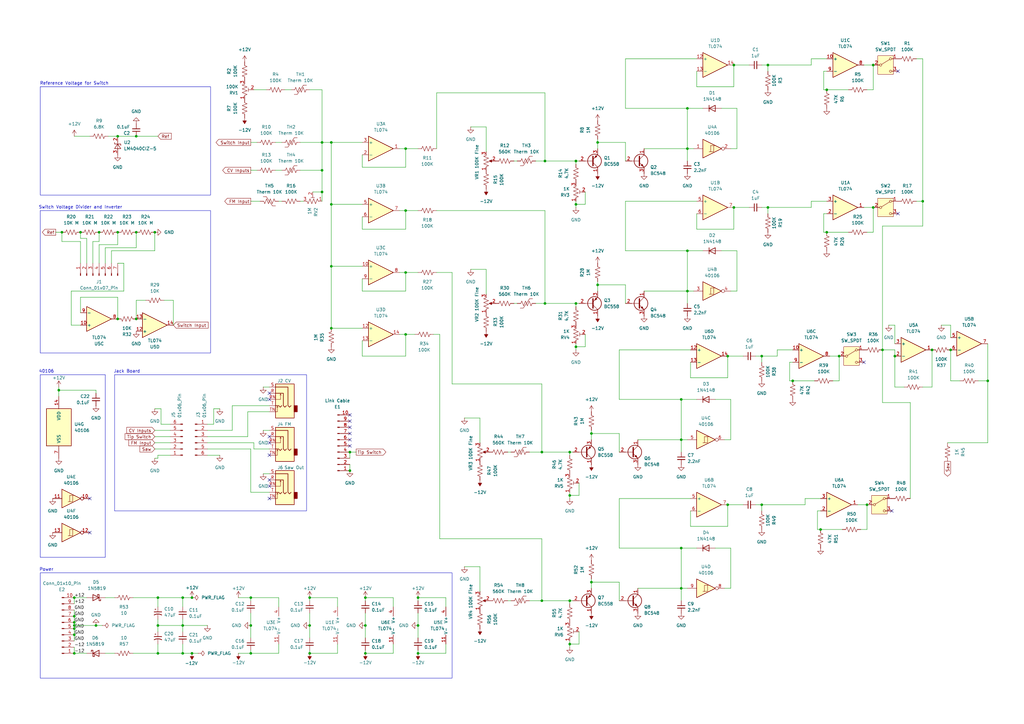
<source format=kicad_sch>
(kicad_sch (version 20250114) (generator "eeschema") (generator_version "9.0")
  (paper "A3")
  (title_block (title "Shape Shape Shape Shape VCO"))
  (rectangle (start 16.51 35.56) (end 86.36 80.01))
  (rectangle (start 16.51 153.67) (end 43.18 228.6))
  (rectangle (start 46.99 153.67) (end 125.73 209.55))
  (rectangle (start 16.51 86.36) (end 86.36 144.78))
  (rectangle (start 16.51 234.95) (end 185.42 278.13))
  (text "40106" (at 19.05 152.4 0) (effects (font (size 1.27 1.27))))
  (text "Reference Voltage for Switch" (at 30.48 34.29 0) (effects (font (size 1.27 1.27))))
  (text "Jack Board" (at 52.07 152.4 0) (effects (font (size 1.27 1.27))))
  (text "Switch Voltage Divider and Inverter" (at 33.02 85.09 0) (effects (font (size 1.27 1.27))))
  (text "Power" (at 19.05 233.68 0) (effects (font (size 1.27 1.27))))
  (junction (at 78.74 267.97))
  (junction (at 127 267.97))
  (junction (at 245.11 116.84))
  (junction (at 132.08 78.74))
  (junction (at 48.26 95.25))
  (junction (at 222.25 185.42))
  (junction (at 242.57 177.8))
  (junction (at 236.22 142.24))
  (junction (at 171.45 245.11))
  (junction (at 382.27 143.51))
  (junction (at 166.37 111.76))
  (junction (at 281.94 60.96))
  (junction (at 30.48 260.35))
  (junction (at 74.93 267.97))
  (junction (at 367.03 146.05))
  (junction (at 55.88 95.25))
  (junction (at 300.99 85.09))
  (junction (at 135.89 83.82))
  (junction (at 24.13 160.02))
  (junction (at 279.4 224.79))
  (junction (at 30.48 245.11))
  (junction (at 55.88 130.81))
  (junction (at 25.4 95.25))
  (junction (at 233.68 264.16))
  (junction (at 233.68 203.2))
  (junction (at 63.5 95.25))
  (junction (at 132.08 58.42))
  (junction (at 149.86 267.97))
  (junction (at 245.11 58.42))
  (junction (at 233.68 185.42))
  (junction (at 135.89 58.42))
  (junction (at 30.48 252.73))
  (junction (at 281.94 119.38))
  (junction (at 314.96 26.67))
  (junction (at 279.4 163.83))
  (junction (at 339.09 95.25))
  (junction (at 358.14 26.67))
  (junction (at 132.08 69.85))
  (junction (at 361.95 143.51))
  (junction (at 312.42 207.01))
  (junction (at 30.48 257.81))
  (junction (at 281.94 102.87))
  (junction (at 242.57 238.76))
  (junction (at 279.4 180.34))
  (junction (at 74.93 245.11))
  (junction (at 55.88 55.88))
  (junction (at 30.48 267.97))
  (junction (at 336.55 217.17))
  (junction (at 222.25 246.38))
  (junction (at 300.99 26.67))
  (junction (at 127 245.11))
  (junction (at 102.87 245.11))
  (junction (at 48.26 130.81))
  (junction (at 102.87 256.54))
  (junction (at 233.68 246.38))
  (junction (at 30.48 255.27))
  (junction (at 135.89 109.22))
  (junction (at 378.46 82.55))
  (junction (at 127 256.54))
  (junction (at 166.37 137.16))
  (junction (at 48.26 55.88))
  (junction (at 33.02 95.25))
  (junction (at 171.45 267.97))
  (junction (at 312.42 146.05))
  (junction (at 298.45 146.05))
  (junction (at 64.77 245.11))
  (junction (at 143.51 193.04))
  (junction (at 166.37 86.36))
  (junction (at 40.64 95.25))
  (junction (at 223.52 124.46))
  (junction (at 149.86 256.54))
  (junction (at 74.93 256.54))
  (junction (at 78.74 245.11))
  (junction (at 279.4 241.3))
  (junction (at 325.12 156.21))
  (junction (at 339.09 36.83))
  (junction (at 223.52 66.04))
  (junction (at 149.86 245.11))
  (junction (at 102.87 267.97))
  (junction (at 39.37 256.54))
  (junction (at 30.48 256.54))
  (junction (at 236.22 83.82))
  (junction (at 236.22 66.04))
  (junction (at 135.89 134.62))
  (junction (at 171.45 256.54))
  (junction (at 314.96 85.09))
  (junction (at 389.89 143.51))
  (junction (at 298.45 207.01))
  (junction (at 281.94 44.45))
  (junction (at 355.6 207.01))
  (junction (at 236.22 124.46))
  (junction (at 143.51 185.42))
  (junction (at 405.13 156.21))
  (junction (at 358.14 85.09))
  (junction (at 166.37 60.96))
  (junction (at 64.77 267.97))
  (junction (at 344.17 146.05))
  (junction (at 64.77 256.54))
  (no_connect (at 368.3 29.21))
  (no_connect (at 143.51 172.72))
  (no_connect (at 143.51 182.88))
  (no_connect (at 110.49 204.47))
  (no_connect (at 143.51 180.34))
  (no_connect (at 110.49 161.29))
  (no_connect (at 365.76 209.55))
  (no_connect (at 110.49 181.61))
  (no_connect (at 36.83 204.47))
  (no_connect (at 110.49 199.39))
  (no_connect (at 110.49 186.69))
  (no_connect (at 110.49 196.85))
  (no_connect (at 354.33 148.59))
  (no_connect (at 110.49 163.83))
  (no_connect (at 36.83 218.44))
  (no_connect (at 143.51 170.18))
  (no_connect (at 368.3 87.63))
  (no_connect (at 143.51 175.26))
  (no_connect (at 143.51 177.8))
  (no_connect (at 110.49 179.07))
  (wire (pts (xy 254 177.8) (xy 242.57 177.8)))
  (wire (pts (xy 283.21 204.47) (xy 254 204.47)))
  (wire (pts (xy 102.87 82.55) (xy 106.68 82.55)))
  (wire (pts (xy 97.79 245.11) (xy 102.87 245.11)))
  (wire (pts (xy 279.4 180.34) (xy 279.4 185.42)))
  (wire (pts (xy 237.49 198.12) (xy 237.49 203.2)))
  (wire (pts (xy 318.77 146.05) (xy 318.77 143.51)))
  (wire (pts (xy 285.75 35.56) (xy 300.99 35.56)))
  (wire (pts (xy 149.86 266.7) (xy 149.86 267.97)))
  (wire (pts (xy 199.39 52.07) (xy 199.39 62.23)))
  (wire (pts (xy 298.45 146.05) (xy 304.8 146.05)))
  (wire (pts (xy 299.72 60.96) (xy 302.26 60.96)))
  (wire (pts (xy 138.43 245.11) (xy 138.43 248.92)))
  (wire (pts (xy 240.03 78.74) (xy 240.03 83.82)))
  (wire (pts (xy 236.22 124.46) (xy 237.49 124.46)))
  (wire (pts (xy 132.08 58.42) (xy 123.19 58.42)))
  (wire (pts (xy 166.37 111.76) (xy 163.83 111.76)))
  (wire (pts (xy 148.59 63.5) (xy 148.59 68.58)))
  (wire (pts (xy 332.74 24.13) (xy 339.09 24.13)))
  (wire (pts (xy 240.03 137.16) (xy 240.03 142.24)))
  (wire (pts (xy 212.09 66.04) (xy 210.82 66.04)))
  (wire (pts (xy 355.6 217.17) (xy 355.6 207.01)))
  (wire (pts (xy 146.05 185.42) (xy 143.51 185.42)))
  (wire (pts (xy 279.4 180.34) (xy 281.94 180.34)))
  (wire (pts (xy 279.4 241.3) (xy 279.4 246.38)))
  (wire (pts (xy 135.89 58.42) (xy 148.59 58.42)))
  (wire (pts (xy 102.87 201.93) (xy 110.49 201.93)))
  (wire (pts (xy 185.42 111.76) (xy 185.42 157.48)))
  (wire (pts (xy 222.25 157.48) (xy 222.25 185.42)))
  (wire (pts (xy 337.82 95.25) (xy 339.09 95.25)))
  (wire (pts (xy 299.72 224.79) (xy 293.37 224.79)))
  (wire (pts (xy 102.87 184.15) (xy 102.87 201.93)))
  (wire (pts (xy 256.54 66.04) (xy 256.54 58.42)))
  (wire (pts (xy 179.07 111.76) (xy 185.42 111.76)))
  (wire (pts (xy 378.46 158.75) (xy 382.27 158.75)))
  (wire (pts (xy 283.21 148.59) (xy 283.21 154.94)))
  (wire (pts (xy 69.85 173.99) (xy 66.04 173.99)))
  (wire (pts (xy 300.99 35.56) (xy 300.99 26.67)))
  (wire (pts (xy 405.13 181.61) (xy 388.62 181.61)))
  (wire (pts (xy 355.6 95.25) (xy 358.14 95.25)))
  (wire (pts (xy 254 224.79) (xy 279.4 224.79)))
  (wire (pts (xy 389.89 138.43) (xy 389.89 133.35)))
  (wire (pts (xy 312.42 207.01) (xy 312.42 209.55)))
  (wire (pts (xy 102.87 245.11) (xy 114.3 245.11)))
  (wire (pts (xy 283.21 209.55) (xy 283.21 215.9)))
  (wire (pts (xy 24.13 160.02) (xy 24.13 162.56)))
  (wire (pts (xy 223.52 124.46) (xy 236.22 124.46)))
  (wire (pts (xy 309.88 146.05) (xy 312.42 146.05)))
  (wire (pts (xy 43.18 267.97) (xy 46.99 267.97)))
  (wire (pts (xy 242.57 238.76) (xy 242.57 241.3)))
  (wire (pts (xy 223.52 38.1) (xy 223.52 66.04)))
  (wire (pts (xy 378.46 24.13) (xy 378.46 82.55)))
  (wire (pts (xy 233.68 265.43) (xy 233.68 264.16)))
  (wire (pts (xy 389.89 143.51) (xy 389.89 156.21)))
  (wire (pts (xy 54.61 267.97) (xy 64.77 267.97)))
  (wire (pts (xy 63.5 184.15) (xy 69.85 184.15)))
  (wire (pts (xy 30.48 247.65) (xy 30.48 245.11)))
  (wire (pts (xy 39.37 256.54) (xy 41.91 256.54)))
  (wire (pts (xy 149.86 245.11) (xy 161.29 245.11)))
  (wire (pts (xy 33.02 97.79) (xy 33.02 95.25)))
  (wire (pts (xy 254 163.83) (xy 279.4 163.83)))
  (wire (pts (xy 166.37 60.96) (xy 163.83 60.96)))
  (wire (pts (xy 148.59 93.98) (xy 166.37 93.98)))
  (wire (pts (xy 101.6 179.07) (xy 101.6 168.91)))
  (wire (pts (xy 312.42 207.01) (xy 330.2 207.01)))
  (wire (pts (xy 171.45 267.97) (xy 182.88 267.97)))
  (wire (pts (xy 166.37 111.76) (xy 166.37 119.38)))
  (wire (pts (xy 43.18 101.6) (xy 43.18 107.95)))
  (wire (pts (xy 22.86 95.25) (xy 25.4 95.25)))
  (wire (pts (xy 104.14 184.15) (xy 110.49 184.15)))
  (wire (pts (xy 314.96 26.67) (xy 314.96 29.21)))
  (wire (pts (xy 55.88 55.88) (xy 64.77 55.88)))
  (wire (pts (xy 30.48 262.89) (xy 30.48 260.35)))
  (wire (pts (xy 264.16 119.38) (xy 281.94 119.38)))
  (wire (pts (xy 299.72 163.83) (xy 293.37 163.83)))
  (wire (pts (xy 261.62 241.3) (xy 279.4 241.3)))
  (wire (pts (xy 63.5 95.25) (xy 63.5 102.87)))
  (wire (pts (xy 54.61 245.11) (xy 64.77 245.11)))
  (wire (pts (xy 63.5 187.96) (xy 64.77 187.96)))
  (wire (pts (xy 128.27 78.74) (xy 132.08 78.74)))
  (wire (pts (xy 63.5 179.07) (xy 69.85 179.07)))
  (wire (pts (xy 297.18 180.34) (xy 299.72 180.34)))
  (wire (pts (xy 30.48 260.35) (xy 30.48 257.81)))
  (wire (pts (xy 166.37 146.05) (xy 166.37 137.16)))
  (wire (pts (xy 193.04 110.49) (xy 199.39 110.49)))
  (wire (pts (xy 55.88 95.25) (xy 55.88 101.6)))
  (wire (pts (xy 256.54 82.55) (xy 256.54 102.87)))
  (wire (pts (xy 240.03 83.82) (xy 236.22 83.82)))
  (wire (pts (xy 389.89 133.35) (xy 386.08 133.35)))
  (wire (pts (xy 64.77 245.11) (xy 64.77 248.92)))
  (wire (pts (xy 74.93 256.54) (xy 85.09 256.54)))
  (wire (pts (xy 323.85 148.59) (xy 325.12 148.59)))
  (wire (pts (xy 242.57 237.49) (xy 242.57 238.76)))
  (wire (pts (xy 64.77 264.16) (xy 64.77 267.97)))
  (wire (pts (xy 180.34 137.16) (xy 177.8 137.16)))
  (wire (pts (xy 279.4 224.79) (xy 279.4 241.3)))
  (wire (pts (xy 24.13 158.75) (xy 24.13 160.02)))
  (wire (pts (xy 127 245.11) (xy 127 246.38)))
  (wire (pts (xy 256.54 102.87) (xy 281.94 102.87)))
  (wire (pts (xy 256.54 24.13) (xy 285.75 24.13)))
  (wire (pts (xy 64.77 187.96) (xy 64.77 186.69)))
  (wire (pts (xy 233.68 185.42) (xy 234.95 185.42)))
  (wire (pts (xy 171.45 86.36) (xy 166.37 86.36)))
  (wire (pts (xy 332.74 82.55) (xy 339.09 82.55)))
  (wire (pts (xy 288.29 102.87) (xy 281.94 102.87)))
  (wire (pts (xy 336.55 217.17) (xy 345.44 217.17)))
  (wire (pts (xy 171.45 111.76) (xy 166.37 111.76)))
  (wire (pts (xy 337.82 87.63) (xy 337.82 95.25)))
  (wire (pts (xy 332.74 85.09) (xy 332.74 82.55)))
  (wire (pts (xy 300.99 26.67) (xy 307.34 26.67)))
  (wire (pts (xy 256.54 24.13) (xy 256.54 44.45)))
  (wire (pts (xy 341.63 156.21) (xy 344.17 156.21)))
  (wire (pts (xy 64.77 245.11) (xy 74.93 245.11)))
  (wire (pts (xy 149.86 267.97) (xy 161.29 267.97)))
  (wire (pts (xy 74.93 254) (xy 74.93 256.54)))
  (wire (pts (xy 337.82 29.21) (xy 337.82 36.83)))
  (wire (pts (xy 237.49 259.08) (xy 237.49 264.16)))
  (wire (pts (xy 148.59 68.58) (xy 166.37 68.58)))
  (wire (pts (xy 127 256.54) (xy 127 261.62)))
  (wire (pts (xy 127 267.97) (xy 138.43 267.97)))
  (wire (pts (xy 339.09 95.25) (xy 347.98 95.25)))
  (wire (pts (xy 29.21 119.38) (xy 29.21 133.35)))
  (wire (pts (xy 39.37 161.29) (xy 39.37 160.02)))
  (wire (pts (xy 233.68 185.42) (xy 233.68 186.69)))
  (wire (pts (xy 193.04 52.07) (xy 199.39 52.07)))
  (wire (pts (xy 114.3 245.11) (xy 114.3 248.92)))
  (wire (pts (xy 63.5 167.64) (xy 66.04 167.64)))
  (wire (pts (xy 135.89 58.42) (xy 135.89 83.82)))
  (wire (pts (xy 114.3 267.97) (xy 114.3 264.16)))
  (wire (pts (xy 132.08 78.74) (xy 132.08 82.55)))
  (wire (pts (xy 59.69 123.19) (xy 55.88 123.19)))
  (wire (pts (xy 64.77 256.54) (xy 74.93 256.54)))
  (wire (pts (xy 48.26 121.92) (xy 48.26 130.81)))
  (wire (pts (xy 285.75 163.83) (xy 279.4 163.83)))
  (wire (pts (xy 180.34 137.16) (xy 180.34 220.98)))
  (wire (pts (xy 101.6 168.91) (xy 110.49 168.91)))
  (wire (pts (xy 95.25 166.37) (xy 95.25 176.53)))
  (wire (pts (xy 300.99 85.09) (xy 307.34 85.09)))
  (wire (pts (xy 344.17 146.05) (xy 340.36 146.05)))
  (wire (pts (xy 283.21 215.9) (xy 298.45 215.9)))
  (wire (pts (xy 95.25 176.53) (xy 85.09 176.53)))
  (wire (pts (xy 85.09 186.69) (xy 90.17 186.69)))
  (wire (pts (xy 254 246.38) (xy 254 238.76)))
  (wire (pts (xy 35.56 107.95) (xy 35.56 97.79)))
  (wire (pts (xy 48.26 95.25) (xy 48.26 100.33)))
  (wire (pts (xy 219.71 124.46) (xy 223.52 124.46)))
  (wire (pts (xy 102.87 256.54) (xy 102.87 261.62)))
  (wire (pts (xy 219.71 66.04) (xy 223.52 66.04)))
  (wire (pts (xy 55.88 123.19) (xy 55.88 130.81)))
  (wire (pts (xy 233.68 246.38) (xy 234.95 246.38)))
  (wire (pts (xy 179.07 60.96) (xy 179.07 38.1)))
  (wire (pts (xy 30.48 55.88) (xy 36.83 55.88)))
  (wire (pts (xy 222.25 220.98) (xy 222.25 246.38)))
  (wire (pts (xy 358.14 85.09) (xy 354.33 85.09)))
  (wire (pts (xy 161.29 245.11) (xy 161.29 248.92)))
  (wire (pts (xy 254 185.42) (xy 254 177.8)))
  (wire (pts (xy 123.19 69.85) (xy 132.08 69.85)))
  (wire (pts (xy 288.29 44.45) (xy 281.94 44.45)))
  (wire (pts (xy 281.94 60.96) (xy 281.94 66.04)))
  (wire (pts (xy 367.03 146.05) (xy 367.03 158.75)))
  (wire (pts (xy 33.02 107.95) (xy 33.02 99.06)))
  (wire (pts (xy 298.45 154.94) (xy 298.45 146.05)))
  (wire (pts (xy 285.75 87.63) (xy 285.75 93.98)))
  (wire (pts (xy 33.02 128.27) (xy 33.02 121.92)))
  (wire (pts (xy 135.89 134.62) (xy 148.59 134.62)))
  (wire (pts (xy 222.25 185.42) (xy 233.68 185.42)))
  (wire (pts (xy 148.59 119.38) (xy 166.37 119.38)))
  (wire (pts (xy 38.1 99.06) (xy 38.1 107.95)))
  (wire (pts (xy 40.64 100.33) (xy 48.26 100.33)))
  (wire (pts (xy 30.48 252.73) (xy 30.48 250.19)))
  (wire (pts (xy 104.14 181.61) (xy 104.14 184.15)))
  (wire (pts (xy 196.85 171.45) (xy 196.85 181.61)))
  (wire (pts (xy 237.49 264.16) (xy 233.68 264.16)))
  (wire (pts (xy 236.22 85.09) (xy 236.22 83.82)))
  (wire (pts (xy 148.59 146.05) (xy 166.37 146.05)))
  (wire (pts (xy 367.03 140.97) (xy 367.03 133.35)))
  (wire (pts (xy 367.03 143.51) (xy 367.03 146.05)))
  (wire (pts (xy 300.99 93.98) (xy 300.99 85.09)))
  (wire (pts (xy 358.14 26.67) (xy 354.33 26.67)))
  (wire (pts (xy 74.93 245.11) (xy 74.93 248.92)))
  (wire (pts (xy 179.07 86.36) (xy 223.52 86.36)))
  (wire (pts (xy 254 143.51) (xy 254 163.83)))
  (wire (pts (xy 166.37 86.36) (xy 166.37 93.98)))
  (wire (pts (xy 110.49 176.53) (xy 107.95 176.53)))
  (wire (pts (xy 135.89 109.22) (xy 148.59 109.22)))
  (wire (pts (xy 312.42 146.05) (xy 312.42 148.59)))
  (wire (pts (xy 48.26 55.88) (xy 55.88 55.88)))
  (wire (pts (xy 132.08 36.83) (xy 132.08 58.42)))
  (wire (pts (xy 190.5 171.45) (xy 196.85 171.45)))
  (wire (pts (xy 85.09 181.61) (xy 104.14 181.61)))
  (wire (pts (xy 127 36.83) (xy 132.08 36.83)))
  (wire (pts (xy 132.08 58.42) (xy 132.08 69.85)))
  (wire (pts (xy 171.45 251.46) (xy 171.45 256.54)))
  (wire (pts (xy 24.13 160.02) (xy 39.37 160.02)))
  (wire (pts (xy 344.17 156.21) (xy 344.17 146.05)))
  (wire (pts (xy 353.06 217.17) (xy 355.6 217.17)))
  (wire (pts (xy 50.8 107.95) (xy 50.8 119.38)))
  (wire (pts (xy 44.45 55.88) (xy 48.26 55.88)))
  (wire (pts (xy 302.26 44.45) (xy 295.91 44.45)))
  (wire (pts (xy 148.59 88.9) (xy 148.59 93.98)))
  (wire (pts (xy 245.11 57.15) (xy 245.11 58.42)))
  (wire (pts (xy 212.09 124.46) (xy 210.82 124.46)))
  (wire (pts (xy 256.54 82.55) (xy 285.75 82.55)))
  (wire (pts (xy 199.39 110.49) (xy 199.39 120.65)))
  (wire (pts (xy 222.25 246.38) (xy 233.68 246.38)))
  (wire (pts (xy 71.12 123.19) (xy 71.12 133.35)))
  (wire (pts (xy 233.68 264.16) (xy 233.68 262.89)))
  (wire (pts (xy 318.77 143.51) (xy 325.12 143.51)))
  (wire (pts (xy 30.48 255.27) (xy 30.48 252.73)))
  (wire (pts (xy 40.64 95.25) (xy 40.64 99.06)))
  (wire (pts (xy 30.48 256.54) (xy 39.37 256.54)))
  (wire (pts (xy 285.75 224.79) (xy 279.4 224.79)))
  (wire (pts (xy 127 266.7) (xy 127 267.97)))
  (wire (pts (xy 245.11 116.84) (xy 245.11 119.38)))
  (wire (pts (xy 182.88 267.97) (xy 182.88 264.16)))
  (wire (pts (xy 236.22 66.04) (xy 237.49 66.04)))
  (wire (pts (xy 337.82 36.83) (xy 339.09 36.83)))
  (wire (pts (xy 256.54 44.45) (xy 281.94 44.45)))
  (wire (pts (xy 325.12 156.21) (xy 334.01 156.21)))
  (wire (pts (xy 335.28 209.55) (xy 335.28 217.17)))
  (wire (pts (xy 102.87 58.42) (xy 105.41 58.42)))
  (wire (pts (xy 281.94 119.38) (xy 281.94 124.46)))
  (wire (pts (xy 116.84 36.83) (xy 119.38 36.83)))
  (wire (pts (xy 236.22 142.24) (xy 236.22 140.97)))
  (wire (pts (xy 78.74 267.97) (xy 81.28 267.97)))
  (wire (pts (xy 236.22 143.51) (xy 236.22 142.24)))
  (wire (pts (xy 209.55 185.42) (xy 208.28 185.42)))
  (wire (pts (xy 114.3 82.55) (xy 115.57 82.55)))
  (wire (pts (xy 74.93 264.16) (xy 74.93 267.97)))
  (wire (pts (xy 110.49 194.31) (xy 107.95 194.31)))
  (wire (pts (xy 236.22 66.04) (xy 236.22 67.31)))
  (wire (pts (xy 55.88 101.6) (xy 43.18 101.6)))
  (wire (pts (xy 30.48 256.54) (xy 30.48 257.81)))
  (wire (pts (xy 254 204.47) (xy 254 224.79)))
  (wire (pts (xy 261.62 180.34) (xy 279.4 180.34)))
  (wire (pts (xy 405.13 156.21) (xy 405.13 181.61)))
  (wire (pts (xy 373.38 204.47) (xy 373.38 165.1)))
  (wire (pts (xy 283.21 143.51) (xy 254 143.51)))
  (wire (pts (xy 110.49 166.37) (xy 95.25 166.37)))
  (wire (pts (xy 299.72 241.3) (xy 299.72 224.79)))
  (wire (pts (xy 185.42 157.48) (xy 222.25 157.48)))
  (wire (pts (xy 323.85 148.59) (xy 323.85 156.21)))
  (wire (pts (xy 355.6 207.01) (xy 351.79 207.01)))
  (wire (pts (xy 314.96 85.09) (xy 332.74 85.09)))
  (wire (pts (xy 361.95 165.1) (xy 361.95 143.51)))
  (wire (pts (xy 171.45 60.96) (xy 166.37 60.96)))
  (wire (pts (xy 382.27 158.75) (xy 382.27 143.51)))
  (wire (pts (xy 358.14 36.83) (xy 358.14 26.67)))
  (wire (pts (xy 102.87 266.7) (xy 102.87 267.97)))
  (wire (pts (xy 375.92 24.13) (xy 378.46 24.13)))
  (wire (pts (xy 281.94 102.87) (xy 281.94 119.38)))
  (wire (pts (xy 314.96 26.67) (xy 332.74 26.67)))
  (wire (pts (xy 323.85 156.21) (xy 325.12 156.21)))
  (wire (pts (xy 332.74 26.67) (xy 332.74 24.13)))
  (wire (pts (xy 297.18 241.3) (xy 299.72 241.3)))
  (wire (pts (xy 302.26 102.87) (xy 295.91 102.87)))
  (wire (pts (xy 196.85 232.41) (xy 196.85 242.57)))
  (wire (pts (xy 337.82 29.21) (xy 339.09 29.21)))
  (wire (pts (xy 97.79 267.97) (xy 102.87 267.97)))
  (wire (pts (xy 102.87 245.11) (xy 102.87 246.38)))
  (wire (pts (xy 283.21 154.94) (xy 298.45 154.94)))
  (wire (pts (xy 148.59 83.82) (xy 135.89 83.82)))
  (wire (pts (xy 217.17 185.42) (xy 222.25 185.42)))
  (wire (pts (xy 361.95 92.71) (xy 361.95 143.51)))
  (wire (pts (xy 40.64 99.06) (xy 38.1 99.06)))
  (wire (pts (xy 74.93 245.11) (xy 78.74 245.11)))
  (wire (pts (xy 256.54 58.42) (xy 245.11 58.42)))
  (wire (pts (xy 285.75 93.98) (xy 300.99 93.98)))
  (wire (pts (xy 337.82 87.63) (xy 339.09 87.63)))
  (wire (pts (xy 314.96 85.09) (xy 314.96 87.63)))
  (wire (pts (xy 87.63 167.64) (xy 90.17 167.64)))
  (wire (pts (xy 25.4 95.25) (xy 25.4 99.06)))
  (wire (pts (xy 245.11 115.57) (xy 245.11 116.84)))
  (wire (pts (xy 256.54 124.46) (xy 256.54 116.84)))
  (wire (pts (xy 256.54 116.84) (xy 245.11 116.84)))
  (wire (pts (xy 30.48 245.11) (xy 35.56 245.11)))
  (wire (pts (xy 279.4 163.83) (xy 279.4 180.34)))
  (wire (pts (xy 171.45 266.7) (xy 171.45 267.97)))
  (wire (pts (xy 138.43 267.97) (xy 138.43 264.16)))
  (wire (pts (xy 30.48 255.27) (xy 30.48 256.54)))
  (wire (pts (xy 190.5 232.41) (xy 196.85 232.41)))
  (wire (pts (xy 135.89 109.22) (xy 135.89 134.62)))
  (wire (pts (xy 113.03 69.85) (xy 115.57 69.85)))
  (wire (pts (xy 223.52 66.04) (xy 236.22 66.04)))
  (wire (pts (xy 74.93 256.54) (xy 74.93 259.08)))
  (wire (pts (xy 180.34 220.98) (xy 222.25 220.98)))
  (wire (pts (xy 233.68 203.2) (xy 233.68 201.93)))
  (wire (pts (xy 127 245.11) (xy 138.43 245.11)))
  (wire (pts (xy 217.17 246.38) (xy 222.25 246.38)))
  (wire (pts (xy 375.92 82.55) (xy 378.46 82.55)))
  (wire (pts (xy 312.42 26.67) (xy 314.96 26.67)))
  (wire (pts (xy 67.31 123.19) (xy 71.12 123.19)))
  (wire (pts (xy 236.22 124.46) (xy 236.22 125.73)))
  (wire (pts (xy 135.89 83.82) (xy 135.89 109.22)))
  (wire (pts (xy 182.88 245.11) (xy 182.88 248.92)))
  (wire (pts (xy 254 238.76) (xy 242.57 238.76)))
  (wire (pts (xy 236.22 83.82) (xy 236.22 82.55)))
  (wire (pts (xy 373.38 165.1) (xy 361.95 165.1)))
  (wire (pts (xy 113.03 58.42) (xy 115.57 58.42)))
  (wire (pts (xy 29.21 119.38) (xy 50.8 119.38)))
  (wire (pts (xy 25.4 99.06) (xy 33.02 99.06)))
  (wire (pts (xy 330.2 204.47) (xy 336.55 204.47)))
  (wire (pts (xy 335.28 217.17) (xy 336.55 217.17)))
  (wire (pts (xy 29.21 133.35) (xy 33.02 133.35)))
  (wire (pts (xy 233.68 246.38) (xy 233.68 247.65)))
  (wire (pts (xy 149.86 245.11) (xy 149.86 246.38)))
  (wire (pts (xy 264.16 60.96) (xy 281.94 60.96)))
  (wire (pts (xy 149.86 256.54) (xy 149.86 261.62)))
  (wire (pts (xy 132.08 69.85) (xy 132.08 78.74)))
  (wire (pts (xy 66.04 167.64) (xy 66.04 173.99)))
  (wire (pts (xy 302.26 60.96) (xy 302.26 44.45)))
  (wire (pts (xy 309.88 207.01) (xy 312.42 207.01)))
  (wire (pts (xy 166.37 137.16) (xy 170.18 137.16)))
  (wire (pts (xy 335.28 209.55) (xy 336.55 209.55)))
  (wire (pts (xy 279.4 241.3) (xy 281.94 241.3)))
  (wire (pts (xy 35.56 97.79) (xy 33.02 97.79)))
  (wire (pts (xy 405.13 156.21) (xy 405.13 140.97)))
  (wire (pts (xy 298.45 215.9) (xy 298.45 207.01)))
  (wire (pts (xy 45.72 102.87) (xy 63.5 102.87)))
  (wire (pts (xy 223.52 86.36) (xy 223.52 124.46)))
  (wire (pts (xy 166.37 86.36) (xy 163.83 86.36)))
  (wire (pts (xy 245.11 58.42) (xy 245.11 60.96)))
  (wire (pts (xy 367.03 158.75) (xy 370.84 158.75)))
  (wire (pts (xy 148.59 114.3) (xy 148.59 119.38)))
  (wire (pts (xy 298.45 207.01) (xy 304.8 207.01)))
  (wire (pts (xy 104.14 36.83) (xy 109.22 36.83)))
  (wire (pts (xy 242.57 176.53) (xy 242.57 177.8)))
  (wire (pts (xy 45.72 107.95) (xy 45.72 102.87)))
  (wire (pts (xy 64.77 267.97) (xy 74.93 267.97)))
  (wire (pts (xy 179.07 38.1) (xy 223.52 38.1)))
  (wire (pts (xy 171.45 256.54) (xy 171.45 261.62)))
  (wire (pts (xy 312.42 85.09) (xy 314.96 85.09)))
  (wire (pts (xy 378.46 92.71) (xy 361.95 92.71)))
  (wire (pts (xy 30.48 267.97) (xy 30.48 265.43)))
  (wire (pts (xy 166.37 137.16) (xy 163.83 137.16)))
  (wire (pts (xy 367.03 133.35) (xy 364.49 133.35)))
  (wire (pts (xy 63.5 176.53) (xy 69.85 176.53)))
  (wire (pts (xy 102.87 69.85) (xy 105.41 69.85)))
  (wire (pts (xy 401.32 156.21) (xy 405.13 156.21)))
  (wire (pts (xy 102.87 251.46) (xy 102.87 256.54)))
  (wire (pts (xy 389.89 156.21) (xy 393.7 156.21)))
  (wire (pts (xy 33.02 121.92) (xy 48.26 121.92)))
  (wire (pts (xy 64.77 256.54) (xy 64.77 259.08)))
  (wire (pts (xy 40.64 107.95) (xy 40.64 100.33)))
  (wire (pts (xy 299.72 119.38) (xy 302.26 119.38)))
  (wire (pts (xy 85.09 179.07) (xy 101.6 179.07)))
  (wire (pts (xy 281.94 60.96) (xy 284.48 60.96)))
  (wire (pts (xy 339.09 36.83) (xy 347.98 36.83)))
  (wire (pts (xy 233.68 204.47) (xy 233.68 203.2)))
  (wire (pts (xy 161.29 267.97) (xy 161.29 264.16)))
  (wire (pts (xy 355.6 36.83) (xy 358.14 36.83)))
  (wire (pts (xy 166.37 68.58) (xy 166.37 60.96)))
  (wire (pts (xy 123.19 82.55) (xy 124.46 82.55)))
  (wire (pts (xy 143.51 185.42) (xy 143.51 187.96)))
  (wire (pts (xy 132.08 58.42) (xy 135.89 58.42)))
  (wire (pts (xy 85.09 173.99) (xy 87.63 173.99)))
  (wire (pts (xy 171.45 245.11) (xy 171.45 246.38)))
  (wire (pts (xy 242.57 177.8) (xy 242.57 180.34)))
  (wire (pts (xy 240.03 142.24) (xy 236.22 142.24)))
  (wire (pts (xy 149.86 251.46) (xy 149.86 256.54)))
  (wire (pts (xy 110.49 158.75) (xy 107.95 158.75)))
  (wire (pts (xy 127 251.46) (xy 127 256.54)))
  (wire (pts (xy 171.45 245.11) (xy 182.88 245.11)))
  (wire (pts (xy 143.51 190.5) (xy 143.51 193.04)))
  (wire (pts (xy 48.26 107.95) (xy 50.8 107.95)))
  (wire (pts (xy 74.93 267.97) (xy 78.74 267.97)))
  (wire (pts (xy 302.26 119.38) (xy 302.26 102.87)))
  (wire (pts (xy 102.87 267.97) (xy 114.3 267.97)))
  (wire (pts (xy 237.49 203.2) (xy 233.68 203.2)))
  (wire (pts (xy 64.77 254) (xy 64.77 256.54)))
  (wire (pts (xy 148.59 139.7) (xy 148.59 146.05)))
  (wire (pts (xy 281.94 44.45) (xy 281.94 60.96)))
  (wire (pts (xy 63.5 181.61) (xy 69.85 181.61)))
  (wire (pts (xy 285.75 29.21) (xy 285.75 35.56)))
  (wire (pts (xy 64.77 186.69) (xy 69.85 186.69)))
  (wire (pts (xy 43.18 245.11) (xy 46.99 245.11)))
  (wire (pts (xy 209.55 246.38) (xy 208.28 246.38)))
  (wire (pts (xy 378.46 82.55) (xy 378.46 92.71)))
  (wire (pts (xy 330.2 207.01) (xy 330.2 204.47)))
  (wire (pts (xy 361.95 143.51) (xy 367.03 143.51)))
  (wire (pts (xy 281.94 119.38) (xy 284.48 119.38)))
  (wire (pts (xy 312.42 146.05) (xy 318.77 146.05)))
  (wire (pts (xy 299.72 180.34) (xy 299.72 163.83)))
  (wire (pts (xy 358.14 95.25) (xy 358.14 85.09)))
  (wire (pts (xy 85.09 184.15) (xy 102.87 184.15)))
  (wire (pts (xy 87.63 167.64) (xy 87.63 173.99)))
  (wire (pts (xy 30.48 267.97) (xy 35.56 267.97)))
  (label "+12" (at 30.48 245.11 0))
  (label "-12" (at 30.48 265.43 0))
  (label "GND" (at 30.48 260.35 0))
  (label "-12" (at 30.48 267.97 0))
  (label "GND" (at 30.48 255.27 0))
  (label "GND" (at 30.48 257.81 0))
  (label "GND" (at 30.48 252.73 0))
  (label "GND" (at 30.48 262.89 0))
  (label "GND" (at 30.48 250.19 0))
  (label "+12" (at 30.48 247.65 0))
  (global_label "Saw" (shape input) (at 63.5 184.15 180) (property "Intersheetrefs" "${INTERSHEET_REFS}" (effects (hide yes))))
  (global_label "Tip Switch" (shape output) (at 146.05 185.42 0) (property "Intersheetrefs" "${INTERSHEET_REFS}" (effects (hide yes))))
  (global_label "Ref" (shape input) (at 64.77 55.88 0) (property "Intersheetrefs" "${INTERSHEET_REFS}" (effects (hide yes))))
  (global_label "FM Input" (shape input) (at 63.5 181.61 180) (property "Intersheetrefs" "${INTERSHEET_REFS}" (effects (hide yes))))
  (global_label "Tip Switch" (shape input) (at 63.5 179.07 180) (property "Intersheetrefs" "${INTERSHEET_REFS}" (effects (hide yes))))
  (global_label "Switch Input" (shape output) (at 102.87 58.42 180) (property "Intersheetrefs" "${INTERSHEET_REFS}" (effects (hide yes))))
  (global_label "Saw" (shape output) (at 388.62 189.23 270) (property "Intersheetrefs" "${INTERSHEET_REFS}" (effects (hide yes))))
  (global_label "CV Inputs" (shape output) (at 102.87 69.85 180) (property "Intersheetrefs" "${INTERSHEET_REFS}" (effects (hide yes))))
  (global_label "FM Input" (shape output) (at 102.87 82.55 180) (property "Intersheetrefs" "${INTERSHEET_REFS}" (effects (hide yes))))
  (global_label "CV Inputs" (shape input) (at 63.5 176.53 180) (property "Intersheetrefs" "${INTERSHEET_REFS}" (effects (hide yes))))
  (global_label "Ref" (shape output) (at 22.86 95.25 180) (property "Intersheetrefs" "${INTERSHEET_REFS}" (effects (hide yes))))
  (global_label "Switch Input" (shape input) (at 71.12 133.35 0) (property "Intersheetrefs" "${INTERSHEET_REFS}" (effects (hide yes))))
  (symbol (lib_id "Device:C_Small") (at 171.45 264.16 0) (unit 1)
    (property "Reference" "C19" (at 173.99 262.8962 0) (effects (justify left)))
    (property "Value" "0.1uF" (at 173.99 265.4362 0) (effects (justify left)))
    (property "Footprint" "AO_tht:C_Disc_D3.0mm_W1.6mm_P2.50mm" (effects (hide yes)))
    (property "Description" "Unpolarized capacitor, small symbol" (effects (hide yes)))
  )
  (symbol (lib_id "Device:R_US") (at 314.96 91.44 0) (unit 1)
    (property "Reference" "R19" (at 320.04 91.44 90))
    (property "Value" "100K" (at 317.5 91.44 90))
    (property "Footprint" "AO_tht:R_Axial_DIN0207_L6.3mm_D2.5mm_P10.16mm_Horizontal" (effects (hide yes)))
    (property "Description" "Resistor, US symbol" (effects (hide yes)))
  )
  (symbol (lib_id "Device:C_Small") (at 279.4 248.92 0) (unit 1)
    (property "Reference" "C9" (at 281.94 247.6562 0) (effects (justify left)))
    (property "Value" "2.2nF" (at 281.94 250.1962 0) (effects (justify left)))
    (property "Footprint" "Capacitor_THT:C_Rect_L7.0mm_W2.5mm_P5.00mm" (effects (hide yes)))
    (property "Description" "Unpolarized capacitor, small symbol" (effects (hide yes)))
  )
  (symbol (lib_id "Device:R_US") (at 196.85 193.04 180) (unit 1)
    (property "Reference" "R47" (at 200.66 193.04 90))
    (property "Value" "100K" (at 203.2 193.04 90))
    (property "Footprint" "AO_tht:R_Axial_DIN0207_L6.3mm_D2.5mm_P10.16mm_Horizontal" (effects (hide yes)))
    (property "Description" "Resistor, US symbol" (effects (hide yes)))
  )
  (symbol (lib_id "Device:R_US") (at 386.08 143.51 90) (mirror x) (unit 1)
    (property "Reference" "R37" (at 386.08 149.86 90))
    (property "Value" "100K" (at 386.08 147.32 90))
    (property "Footprint" "AO_tht:R_Axial_DIN0207_L6.3mm_D2.5mm_P10.16mm_Horizontal" (effects (hide yes)))
    (property "Description" "Resistor, US symbol" (effects (hide yes)))
  )
  (symbol (lib_id "power:GND") (at 339.09 102.87 0) (unit 1)
    (property "Reference" "#PWR016" (effects (hide yes)))
    (property "Value" "GND" (effects (hide yes)))
    (property "Description" "Power symbol creates a global label with name \"GND\" , ground" (effects (hide yes)))
  )
  (symbol (lib_id "power:GND") (at 261.62 190.5 0) (unit 1)
    (property "Reference" "#PWR041" (effects (hide yes)))
    (property "Value" "GND" (at 261.62 195.58 0))
    (property "Description" "Power symbol creates a global label with name \"GND\" , ground" (effects (hide yes)))
  )
  (symbol (lib_id "Device:R_US") (at 52.07 130.81 90) (mirror x) (unit 1)
    (property "Reference" "R32" (at 52.07 137.16 90))
    (property "Value" "10K" (at 52.07 134.62 90))
    (property "Footprint" "AO_tht:R_Axial_DIN0207_L6.3mm_D2.5mm_P10.16mm_Horizontal" (effects (hide yes)))
    (property "Description" "Resistor, US symbol" (effects (hide yes)))
  )
  (symbol (lib_id "Device:R_US") (at 397.51 156.21 90) (unit 1)
    (property "Reference" "R40" (at 397.51 149.86 90))
    (property "Value" "100K" (at 397.51 152.4 90))
    (property "Footprint" "AO_tht:R_Axial_DIN0207_L6.3mm_D2.5mm_P10.16mm_Horizontal" (effects (hide yes)))
    (property "Description" "Resistor, US symbol" (effects (hide yes)))
  )
  (symbol (lib_id "Connector_Audio:AudioJack3_SwitchTR") (at 115.57 196.85 0) (mirror y) (unit 1)
    (property "Reference" "J6" (at 114.935 191.77 0))
    (property "Value" "Saw Out" (at 120.65 191.77 0))
    (property "Footprint" "AO_tht:Jack_6.35mm_PJ_629HAN" (effects (hide yes)))
    (property "Description" "Audio Jack, 3 Poles (Stereo / TRS), Switched TR Poles (Normalling)" (effects (hide yes)))
  )
  (symbol (lib_id "Device:R_Potentiometer_Trim_US") (at 100.33 36.83 0) (mirror x) (unit 1)
    (property "Reference" "RV1" (at 97.79 38.1001 0) (effects (justify right)))
    (property "Value" "100K" (at 97.79 35.5601 0) (effects (justify right)))
    (property "Footprint" "AO_tht:Potentiometer_Bourns_3296W_Vertical" (effects (hide yes)))
    (property "Description" "Trim-potentiometer, US symbol" (effects (hide yes)))
  )
  (symbol (lib_id "Amplifier_Operational:TL074") (at 163.83 256.54 0) (unit 5)
    (property "Reference" "U6" (at 156.21 255.27 0) (effects (justify left)))
    (property "Value" "TL074" (at 154.94 257.81 0) (effects (justify left)))
    (property "Datasheet" "http://www.ti.com/lit/ds/symlink/tl071.pdf" (effects (hide yes)))
    (property "Description" "Quad Low-Noise JFET-Input Operational Amplifiers, DIP-14/SOIC-14" (effects (hide yes)))
  )
  (symbol (lib_id "power:+12V") (at 97.79 245.11 0) (unit 1)
    (property "Reference" "#PWR054" (effects (hide yes)))
    (property "Value" "+12V" (at 97.79 241.3 0))
    (property "Description" "Power symbol creates a global label with name \"+12V\"" (effects (hide yes)))
  )
  (symbol (lib_id "Device:Thermistor_US") (at 213.36 185.42 90) (unit 1)
    (property "Reference" "TH7" (at 213.36 179.07 90))
    (property "Value" "Therm 10K" (at 213.36 181.61 90))
    (property "Footprint" "AO_tht:R_Axial_DIN0207_L6.3mm_D2.5mm_P2.54mm_Vertical" (effects (hide yes)))
    (property "Description" "Thermistor, temperature dependent resistor, US symbol" (effects (hide yes)))
  )
  (symbol (lib_id "power:-12V") (at 245.11 71.12 180) (unit 1)
    (property "Reference" "#PWR09" (effects (hide yes)))
    (property "Value" "-12V" (at 245.11 76.2 0))
    (property "Description" "Power symbol creates a global label with name \"-12V\"" (effects (hide yes)))
  )
  (symbol (lib_id "Device:R_US") (at 312.42 152.4 0) (unit 1)
    (property "Reference" "R38" (at 317.5 152.4 90))
    (property "Value" "100K" (at 314.96 152.4 90))
    (property "Footprint" "AO_tht:R_Axial_DIN0207_L6.3mm_D2.5mm_P10.16mm_Horizontal" (effects (hide yes)))
    (property "Description" "Resistor, US symbol" (effects (hide yes)))
  )
  (symbol (lib_id "Connector:Conn_01x10_Pin") (at 138.43 182.88 0) (mirror x) (unit 1)
    (property "Reference" "E1" (at 138.43 166.878 0))
    (property "Value" "Link Cable" (at 138.43 164.338 0))
    (property "Footprint" "4ms_Connector:Pins_2x05_2.54mm_TH_EurorackPower_Shrouded" (effects (hide yes)))
    (property "Description" "Generic connector, single row, 01x10, script generated" (effects (hide yes)))
  )
  (symbol (lib_id "Device:R_US") (at 336.55 220.98 0) (unit 1)
    (property "Reference" "R51" (at 342.9 220.98 90))
    (property "Value" "47K" (at 340.36 220.98 90))
    (property "Footprint" "AO_tht:R_Axial_DIN0207_L6.3mm_D2.5mm_P10.16mm_Horizontal" (effects (hide yes)))
    (property "Description" "Resistor, US symbol" (effects (hide yes)))
  )
  (symbol (lib_id "4xxx:40106") (at 29.21 218.44 0) (unit 6)
    (property "Reference" "U4" (at 29.21 209.55 0))
    (property "Value" "40106" (at 29.21 212.09 0))
    (property "Footprint" "Package_DIP:DIP-14_W7.62mm_LongPads" (effects (hide yes)))
    (property "Datasheet" "https://assets.nexperia.com/documents/data-sheet/HEF40106B.pdf" (effects (hide yes)))
    (property "Description" "Hex Schmitt trigger inverter" (effects (hide yes)))
  )
  (symbol (lib_id "Diode:1N4148") (at 292.1 102.87 0) (mirror x) (unit 1)
    (property "Reference" "D2" (at 292.1 96.52 0))
    (property "Value" "1N4148" (at 292.1 99.06 0))
    (property "Footprint" "Diode_THT:D_DO-35_SOD27_P7.62mm_Horizontal" (effects (hide yes)))
    (property "Datasheet" "https://assets.nexperia.com/documents/data-sheet/1N4148_1N4448.pdf" (effects (hide yes)))
    (property "Description" "100V 0.15A standard switching diode, DO-35" (effects (hide yes)))
    (property "Sim.Device" "D" (effects (hide yes)))
    (property "Sim.Pins" "1=K 2=A" (effects (hide yes)))
  )
  (symbol (lib_id "Device:R_Potentiometer_Trim_US") (at 128.27 82.55 270) (mirror x) (unit 1)
    (property "Reference" "RV2" (at 129.5401 85.09 0) (effects (justify right)))
    (property "Value" "1M" (at 127.0001 85.09 0) (effects (justify right)))
    (property "Footprint" "AO_tht:Potentiometer_Bourns_3296W_Vertical" (effects (hide yes)))
    (property "Description" "Trim-potentiometer, US symbol" (effects (hide yes)))
  )
  (symbol (lib_id "Device:Thermistor_US") (at 123.19 36.83 90) (unit 1)
    (property "Reference" "TH1" (at 123.19 30.48 90))
    (property "Value" "Therm 10K" (at 123.19 33.02 90))
    (property "Footprint" "AO_tht:R_Axial_DIN0207_L6.3mm_D2.5mm_P2.54mm_Vertical" (effects (hide yes)))
    (property "Description" "Thermistor, temperature dependent resistor, US symbol" (effects (hide yes)))
  )
  (symbol (lib_id "power:-12V") (at 199.39 77.47 180) (unit 1)
    (property "Reference" "#PWR012" (effects (hide yes)))
    (property "Value" "-12V" (at 199.39 82.55 0))
    (property "Description" "Power symbol creates a global label with name \"-12V\"" (effects (hide yes)))
  )
  (symbol (lib_id "power:-12V") (at 199.39 135.89 180) (unit 1)
    (property "Reference" "#PWR025" (effects (hide yes)))
    (property "Value" "-12V" (at 199.39 140.97 0))
    (property "Description" "Power symbol creates a global label with name \"-12V\"" (effects (hide yes)))
  )
  (symbol (lib_id "Device:R_US") (at 135.89 138.43 0) (mirror x) (unit 1)
    (property "Reference" "R35" (at 132.08 138.43 90))
    (property "Value" "1M" (at 129.54 138.43 90))
    (property "Footprint" "AO_tht:R_Axial_DIN0207_L6.3mm_D2.5mm_P10.16mm_Horizontal" (effects (hide yes)))
    (property "Description" "Resistor, US symbol" (effects (hide yes)))
  )
  (symbol (lib_id "Amplifier_Operational:TL074") (at 397.51 140.97 0) (unit 2)
    (property "Reference" "U5" (at 397.51 130.81 0))
    (property "Value" "TL074" (at 397.51 133.35 0))
    (property "Footprint" "AO_tht:DIP-14_W7.62mm_Socket_LongPads" (effects (hide yes)))
    (property "Datasheet" "http://www.ti.com/lit/ds/symlink/tl071.pdf" (effects (hide yes)))
    (property "Description" "Quad Low-Noise JFET-Input Operational Amplifiers, DIP-14/SOIC-14" (effects (hide yes)))
  )
  (symbol (lib_id "Device:Thermistor_US") (at 119.38 58.42 90) (unit 1)
    (property "Reference" "TH2" (at 119.38 52.07 90))
    (property "Value" "Therm 10K" (at 119.38 54.61 90))
    (property "Footprint" "AO_tht:R_Axial_DIN0207_L6.3mm_D2.5mm_P2.54mm_Vertical" (effects (hide yes)))
    (property "Description" "Thermistor, temperature dependent resistor, US symbol" (effects (hide yes)))
  )
  (symbol (lib_id "Device:R_US") (at 29.21 95.25 90) (unit 1)
    (property "Reference" "R20" (at 29.21 88.9 90))
    (property "Value" "10K M" (at 29.21 91.44 90))
    (property "Footprint" "AO_tht:R_Axial_DIN0207_L6.3mm_D2.5mm_P10.16mm_Horizontal" (effects (hide yes)))
    (property "Description" "Resistor, US symbol" (effects (hide yes)))
  )
  (symbol (lib_id "power:GND") (at 190.5 232.41 0) (unit 1)
    (property "Reference" "#PWR052" (effects (hide yes)))
    (property "Value" "GND" (at 190.5 237.49 0))
    (property "Description" "Power symbol creates a global label with name \"GND\" , ground" (effects (hide yes)))
  )
  (symbol (lib_id "Connector:Conn_01x06_Pin") (at 80.01 179.07 0) (unit 1)
    (property "Reference" "J3" (at 81.28 170.18 90))
    (property "Value" "01x06_Pin" (at 83.82 166.37 90))
    (property "Footprint" "AO_tht:PinHeader_1x06_P2.54mm_Vertical_Centered" (effects (hide yes)))
    (property "Description" "Generic connector, single row, 01x06, script generated" (effects (hide yes)))
  )
  (symbol (lib_id "power:-12V") (at 149.86 267.97 180) (unit 1)
    (property "Reference" "#PWR070" (effects (hide yes)))
    (property "Value" "-12V" (at 149.86 271.78 0))
    (property "Description" "Power symbol creates a global label with name \"-12V\"" (effects (hide yes)))
  )
  (symbol (lib_id "Device:R_US") (at 175.26 60.96 90) (unit 1)
    (property "Reference" "R11" (at 175.26 64.77 90))
    (property "Value" "100K" (at 175.26 67.31 90))
    (property "Footprint" "AO_tht:R_Axial_DIN0207_L6.3mm_D2.5mm_P10.16mm_Horizontal" (effects (hide yes)))
    (property "Description" "Resistor, US symbol" (effects (hide yes)))
  )
  (symbol (lib_id "power:GND") (at 314.96 36.83 0) (unit 1)
    (property "Reference" "#PWR02" (effects (hide yes)))
    (property "Value" "GND" (at 314.96 41.91 0))
    (property "Description" "Power symbol creates a global label with name \"GND\" , ground" (effects (hide yes)))
  )
  (symbol (lib_id "power:PWR_FLAG") (at 81.28 267.97 270) (mirror x) (unit 1)
    (property "Reference" "#FLG03" (effects (hide yes)))
    (property "Value" "PWR_FLAG" (at 85.09 267.9701 90) (effects (justify left)))
    (property "Description" "Special symbol for telling ERC where power comes from" (effects (hide yes)))
  )
  (symbol (lib_id "Device:R_US") (at 242.57 172.72 180) (unit 1)
    (property "Reference" "R43" (at 236.22 172.72 90))
    (property "Value" "1M" (at 238.76 172.72 90))
    (property "Footprint" "AO_tht:R_Axial_DIN0207_L6.3mm_D2.5mm_P10.16mm_Horizontal" (effects (hide yes)))
    (property "Description" "Resistor, US symbol" (effects (hide yes)))
  )
  (symbol (lib_id "power:GND") (at 312.42 217.17 0) (unit 1)
    (property "Reference" "#PWR048" (effects (hide yes)))
    (property "Value" "GND" (at 312.42 222.25 0))
    (property "Description" "Power symbol creates a global label with name \"GND\" , ground" (effects (hide yes)))
  )
  (symbol (lib_id "Device:C_Small") (at 281.94 127 0) (unit 1)
    (property "Reference" "C5" (at 284.48 125.7362 0) (effects (justify left)))
    (property "Value" "2.2nF" (at 284.48 128.2762 0) (effects (justify left)))
    (property "Footprint" "Capacitor_THT:C_Rect_L7.0mm_W2.5mm_P5.00mm" (effects (hide yes)))
    (property "Description" "Unpolarized capacitor, small symbol" (effects (hide yes)))
  )
  (symbol (lib_id "power:GND") (at 55.88 50.8 180) (unit 1)
    (property "Reference" "#PWR08" (effects (hide yes)))
    (property "Value" "GND" (at 55.88 45.72 0))
    (property "Description" "Power symbol creates a global label with name \"GND\" , ground" (effects (hide yes)))
  )
  (symbol (lib_id "Amplifier_Operational:TL074") (at 40.64 130.81 0) (mirror x) (unit 3)
    (property "Reference" "U5" (at 40.64 140.97 0))
    (property "Value" "TL074" (at 40.64 138.43 0))
    (property "Footprint" "AO_tht:DIP-14_W7.62mm_Socket_LongPads" (effects (hide yes)))
    (property "Datasheet" "http://www.ti.com/lit/ds/symlink/tl071.pdf" (effects (hide yes)))
    (property "Description" "Quad Low-Noise JFET-Input Operational Amplifiers, DIP-14/SOIC-14" (effects (hide yes)))
  )
  (symbol (lib_id "Amplifier_Operational:TL074") (at 156.21 111.76 0) (unit 3)
    (property "Reference" "U3" (at 156.21 101.6 0))
    (property "Value" "TL074" (at 156.21 104.14 0))
    (property "Footprint" "AO_tht:DIP-14_W7.62mm_Socket_LongPads" (effects (hide yes)))
    (property "Datasheet" "http://www.ti.com/lit/ds/symlink/tl071.pdf" (effects (hide yes)))
    (property "Description" "Quad Low-Noise JFET-Input Operational Amplifiers, DIP-14/SOIC-14" (effects (hide yes)))
  )
  (symbol (lib_id "Device:C_Small") (at 149.86 248.92 0) (unit 1)
    (property "Reference" "C14" (at 152.4 247.6562 0) (effects (justify left)))
    (property "Value" "0.1uF" (at 152.4 250.1962 0) (effects (justify left)))
    (property "Footprint" "AO_tht:C_Disc_D3.0mm_W1.6mm_P2.50mm" (effects (hide yes)))
    (property "Description" "Unpolarized capacitor, small symbol" (effects (hide yes)))
  )
  (symbol (lib_id "power:GND") (at 48.26 63.5 0) (unit 1)
    (property "Reference" "#PWR060" (effects (hide yes)))
    (property "Value" "GND" (at 48.26 68.58 0))
    (property "Description" "Power symbol creates a global label with name \"GND\" , ground" (effects (hide yes)))
  )
  (symbol (lib_id "Amplifier_Operational:TL074") (at 293.37 85.09 0) (unit 2)
    (property "Reference" "U1" (at 293.37 74.93 0))
    (property "Value" "TL074" (at 293.37 77.47 0))
    (property "Footprint" "AO_tht:DIP-14_W7.62mm_Socket_LongPads" (effects (hide yes)))
    (property "Datasheet" "http://www.ti.com/lit/ds/symlink/tl071.pdf" (effects (hide yes)))
    (property "Description" "Quad Low-Noise JFET-Input Operational Amplifiers, DIP-14/SOIC-14" (effects (hide yes)))
  )
  (symbol (lib_id "power:GND") (at 102.87 256.54 270) (unit 1)
    (property "Reference" "#PWR072" (effects (hide yes)))
    (property "Value" "GND" (at 99.06 256.5399 90) (effects (justify right)))
    (property "Description" "Power symbol creates a global label with name \"GND\" , ground" (effects (hide yes)))
  )
  (symbol (lib_id "Device:R_US") (at 325.12 160.02 0) (unit 1)
    (property "Reference" "R42" (at 331.47 160.02 90))
    (property "Value" "47K" (at 328.93 160.02 90))
    (property "Footprint" "AO_tht:R_Axial_DIN0207_L6.3mm_D2.5mm_P10.16mm_Horizontal" (effects (hide yes)))
    (property "Description" "Resistor, US symbol" (effects (hide yes)))
  )
  (symbol (lib_id "power:GND") (at 281.94 71.12 0) (unit 1)
    (property "Reference" "#PWR011" (effects (hide yes)))
    (property "Value" "GND" (at 281.94 76.2 0))
    (property "Description" "Power symbol creates a global label with name \"GND\" , ground" (effects (hide yes)))
  )
  (symbol (lib_id "Device:C_Small") (at 102.87 264.16 0) (mirror y) (unit 1)
    (property "Reference" "C16" (at 100.33 262.8962 0) (effects (justify left)))
    (property "Value" "0.1uF" (at 100.33 265.4362 0) (effects (justify left)))
    (property "Footprint" "AO_tht:C_Disc_D3.0mm_W1.6mm_P2.50mm" (effects (hide yes)))
    (property "Description" "Unpolarized capacitor, small symbol" (effects (hide yes)))
  )
  (symbol (lib_id "power:GND") (at 264.16 71.12 0) (unit 1)
    (property "Reference" "#PWR010" (effects (hide yes)))
    (property "Value" "GND" (at 264.16 76.2 0))
    (property "Description" "Power symbol creates a global label with name \"GND\" , ground" (effects (hide yes)))
  )
  (symbol (lib_id "Amplifier_Operational:TL074") (at 332.74 146.05 0) (unit 3)
    (property "Reference" "U6" (at 332.74 135.89 0))
    (property "Value" "TL074" (at 332.74 138.43 0))
    (property "Footprint" "AO_tht:DIP-14_W7.62mm_Socket_LongPads" (effects (hide yes)))
    (property "Datasheet" "http://www.ti.com/lit/ds/symlink/tl071.pdf" (effects (hide yes)))
    (property "Description" "Quad Low-Noise JFET-Input Operational Amplifiers, DIP-14/SOIC-14" (effects (hide yes)))
  )
  (symbol (lib_id "power:GND") (at 171.45 256.54 270) (unit 1)
    (property "Reference" "#PWR075" (effects (hide yes)))
    (property "Value" "GND" (at 167.64 256.5399 90) (effects (justify right)))
    (property "Description" "Power symbol creates a global label with name \"GND\" , ground" (effects (hide yes)))
  )
  (symbol (lib_id "power:-12V") (at 78.74 267.97 0) (mirror x) (unit 1)
    (property "Reference" "#PWR064" (effects (hide yes)))
    (property "Value" "-12V" (at 78.486 272.034 0))
    (property "Description" "Power symbol creates a global label with name \"-12V\"" (effects (hide yes)))
  )
  (symbol (lib_id "Amplifier_Operational:TL074") (at 185.42 256.54 0) (unit 5)
    (property "Reference" "U5" (at 177.8 255.27 0) (effects (justify left)))
    (property "Value" "TL074" (at 176.53 257.81 0) (effects (justify left)))
    (property "Footprint" "AO_tht:DIP-14_W7.62mm_Socket_LongPads" (effects (hide yes)))
    (property "Datasheet" "http://www.ti.com/lit/ds/symlink/tl071.pdf" (effects (hide yes)))
    (property "Description" "Quad Low-Noise JFET-Input Operational Amplifiers, DIP-14/SOIC-14" (effects (hide yes)))
  )
  (symbol (lib_id "Device:R_US") (at 199.39 73.66 180) (unit 1)
    (property "Reference" "R15" (at 203.2 73.66 90))
    (property "Value" "100K" (at 205.74 73.66 90))
    (property "Footprint" "AO_tht:R_Axial_DIN0207_L6.3mm_D2.5mm_P10.16mm_Horizontal" (effects (hide yes)))
    (property "Description" "Resistor, US symbol" (effects (hide yes)))
  )
  (symbol (lib_id "Device:R_US") (at 339.09 40.64 0) (unit 1)
    (property "Reference" "R6" (at 345.44 40.64 90))
    (property "Value" "47K" (at 342.9 40.64 90))
    (property "Footprint" "AO_tht:R_Axial_DIN0207_L6.3mm_D2.5mm_P10.16mm_Horizontal" (effects (hide yes)))
    (property "Description" "Resistor, US symbol" (effects (hide yes)))
  )
  (symbol (lib_id "Device:Thermistor_US") (at 215.9 124.46 90) (unit 1)
    (property "Reference" "TH6" (at 215.9 118.11 90))
    (property "Value" "Therm 10K" (at 215.9 120.65 90))
    (property "Footprint" "AO_tht:R_Axial_DIN0207_L6.3mm_D2.5mm_P2.54mm_Vertical" (effects (hide yes)))
    (property "Description" "Thermistor, temperature dependent resistor, US symbol" (effects (hide yes)))
  )
  (symbol (lib_id "Device:R_Potentiometer_US") (at 196.85 185.42 0) (mirror x) (unit 1)
    (property "Reference" "VR3" (at 193.04 193.04 90) (effects (justify right)))
    (property "Value" "100K Fine" (at 193.04 188.595 90) (effects (justify right)))
    (property "Footprint" "AO_tht:Potentiometer_Alpha_RD901F-40-00D_Single_Vertical" (effects (hide yes)))
    (property "Description" "Potentiometer, US symbol" (effects (hide yes)))
  )
  (symbol (lib_id "power:GND") (at 233.68 265.43 0) (unit 1)
    (property "Reference" "#PWR063" (effects (hide yes)))
    (property "Value" "GND" (at 233.68 270.51 0))
    (property "Description" "Power symbol creates a global label with name \"GND\" , ground" (effects (hide yes)))
  )
  (symbol (lib_id "power:+12V") (at 30.48 55.88 0) (unit 1)
    (property "Reference" "#PWR07" (effects (hide yes)))
    (property "Value" "+12V" (at 30.48 50.8 0))
    (property "Description" "Power symbol creates a global label with name \"+12V\"" (effects (hide yes)))
  )
  (symbol (lib_id "Device:R_US") (at 175.26 86.36 90) (unit 1)
    (property "Reference" "R18" (at 175.26 90.17 90))
    (property "Value" "100K" (at 175.26 92.71 90))
    (property "Footprint" "AO_tht:R_Axial_DIN0207_L6.3mm_D2.5mm_P10.16mm_Horizontal" (effects (hide yes)))
    (property "Description" "Resistor, US symbol" (effects (hide yes)))
  )
  (symbol (lib_id "Device:R_US") (at 207.01 124.46 90) (unit 1)
    (property "Reference" "R30" (at 207.01 118.11 90))
    (property "Value" "560K" (at 207.01 120.65 90))
    (property "Footprint" "AO_tht:R_Axial_DIN0207_L6.3mm_D2.5mm_P10.16mm_Horizontal" (effects (hide yes)))
    (property "Description" "Resistor, US symbol" (effects (hide yes)))
  )
  (symbol (lib_id "Transistor_BJT:BC548") (at 259.08 246.38 0) (unit 1)
    (property "Reference" "Q8" (at 264.16 248.92 0) (effects (justify left)))
    (property "Value" "BC548" (at 264.16 251.46 0) (effects (justify left)))
    (property "Footprint" "Package_TO_SOT_THT:TO-92_Inline" (effects (hide yes)))
    (property "Datasheet" "https://www.onsemi.com/pub/Collateral/BC550-D.pdf" (effects (hide yes)))
    (property "Description" "0.1A Ic, 30V Vce, Small Signal NPN Transistor, TO-92" (effects (hide yes)))
  )
  (symbol (lib_id "Device:R_US") (at 50.8 267.97 90) (mirror x) (unit 1)
    (property "Reference" "R57" (at 50.8 264.16 90))
    (property "Value" "10" (at 50.8 261.62 90))
    (property "Footprint" "AO_tht:R_Axial_DIN0207_L6.3mm_D2.5mm_P10.16mm_Horizontal" (effects (hide yes)))
    (property "Description" "Resistor, US symbol" (effects (hide yes)))
  )
  (symbol (lib_id "Device:R_US") (at 372.11 24.13 90) (unit 1)
    (property "Reference" "R1" (at 372.11 17.78 90))
    (property "Value" "100K" (at 372.11 20.32 90))
    (property "Footprint" "AO_tht:R_Axial_DIN0207_L6.3mm_D2.5mm_P10.16mm_Horizontal" (effects (hide yes)))
    (property "Description" "Resistor, US symbol" (effects (hide yes)))
  )
  (symbol (lib_id "power:GND") (at 364.49 133.35 0) (unit 1)
    (property "Reference" "#PWR022" (effects (hide yes)))
    (property "Value" "GND" (at 364.49 138.43 0))
    (property "Description" "Power symbol creates a global label with name \"GND\" , ground" (effects (hide yes)))
  )
  (symbol (lib_id "power:GND") (at 312.42 156.21 0) (unit 1)
    (property "Reference" "#PWR028" (effects (hide yes)))
    (property "Value" "GND" (at 312.42 161.29 0))
    (property "Description" "Power symbol creates a global label with name \"GND\" , ground" (effects (hide yes)))
  )
  (symbol (lib_id "Device:R_US") (at 233.68 190.5 180) (unit 1)
    (property "Reference" "R46" (at 227.33 190.5 90))
    (property "Value" "4.7K" (at 229.87 190.5 90))
    (property "Footprint" "AO_tht:R_Axial_DIN0207_L6.3mm_D2.5mm_P10.16mm_Horizontal" (effects (hide yes)))
    (property "Description" "Resistor, US symbol" (effects (hide yes)))
  )
  (symbol (lib_id "power:GND") (at 190.5 171.45 0) (unit 1)
    (property "Reference" "#PWR035" (effects (hide yes)))
    (property "Value" "GND" (at 190.5 176.53 0))
    (property "Description" "Power symbol creates a global label with name \"GND\" , ground" (effects (hide yes)))
  )
  (symbol (lib_id "power:GND") (at 90.17 186.69 0) (unit 1)
    (property "Reference" "#PWR038" (effects (hide yes)))
    (property "Value" "GND" (at 90.17 191.77 0))
    (property "Description" "Power symbol creates a global label with name \"GND\" , ground" (effects (hide yes)))
  )
  (symbol (lib_id "power:GND") (at 261.62 251.46 0) (unit 1)
    (property "Reference" "#PWR056" (effects (hide yes)))
    (property "Value" "GND" (at 261.62 256.54 0))
    (property "Description" "Power symbol creates a global label with name \"GND\" , ground" (effects (hide yes)))
  )
  (symbol (lib_id "4xxx:40106") (at 292.1 60.96 0) (unit 1)
    (property "Reference" "U4" (at 292.1 52.07 0))
    (property "Value" "40106" (at 292.1 54.61 0))
    (property "Footprint" "Package_DIP:DIP-14_W7.62mm_LongPads" (effects (hide yes)))
    (property "Datasheet" "https://assets.nexperia.com/documents/data-sheet/HEF40106B.pdf" (effects (hide yes)))
    (property "Description" "Hex Schmitt trigger inverter" (effects (hide yes)))
  )
  (symbol (lib_id "Device:R_US") (at 245.11 53.34 180) (unit 1)
    (property "Reference" "R8" (at 238.76 53.34 90))
    (property "Value" "1M" (at 241.3 53.34 90))
    (property "Footprint" "AO_tht:R_Axial_DIN0207_L6.3mm_D2.5mm_P10.16mm_Horizontal" (effects (hide yes)))
    (property "Description" "Resistor, US symbol" (effects (hide yes)))
  )
  (symbol (lib_id "Diode:1N5819") (at 39.37 245.11 180) (unit 1)
    (property "Reference" "D5" (at 39.37 238.76 0))
    (property "Value" "1N5819" (at 39.6875 241.3 0))
    (property "Footprint" "Diode_THT:D_DO-41_SOD81_P10.16mm_Horizontal" (effects (hide yes)))
    (property "Datasheet" "http://www.vishay.com/docs/88525/1n5817.pdf" (effects (hide yes)))
    (property "Description" "40V 1A Schottky Barrier Rectifier Diode, DO-41" (effects (hide yes)))
  )
  (symbol (lib_id "Device:R_US") (at 204.47 185.42 90) (unit 1)
    (property "Reference" "R44" (at 204.47 179.07 90))
    (property "Value" "560K" (at 204.47 181.61 90))
    (property "Footprint" "AO_tht:R_Axial_DIN0207_L6.3mm_D2.5mm_P10.16mm_Horizontal" (effects (hide yes)))
    (property "Description" "Resistor, US symbol" (effects (hide yes)))
  )
  (symbol (lib_id "power:-12V") (at 100.33 48.26 180) (unit 1)
    (property "Reference" "#PWR04" (effects (hide yes)))
    (property "Value" "-12V" (at 100.33 53.34 0))
    (property "Description" "Power symbol creates a global label with name \"-12V\"" (effects (hide yes)))
  )
  (symbol (lib_id "Device:C_Small") (at 309.88 85.09 90) (unit 1)
    (property "Reference" "C4" (at 309.8863 78.74 90))
    (property "Value" "1uF" (at 309.8863 81.28 90))
    (property "Footprint" "Capacitor_THT:C_Rect_L7.2mm_W5.5mm_P5.00mm_FKS2_FKP2_MKS2_MKP2" (effects (hide yes)))
    (property "Description" "Unpolarized capacitor, small symbol" (effects (hide yes)))
  )
  (symbol (lib_id "power:GND") (at 314.96 95.25 0) (unit 1)
    (property "Reference" "#PWR015" (effects (hide yes)))
    (property "Value" "GND" (at 314.96 100.33 0))
    (property "Description" "Power symbol creates a global label with name \"GND\" , ground" (effects (hide yes)))
  )
  (symbol (lib_id "power:+12V") (at 78.74 245.11 0) (mirror y) (unit 1)
    (property "Reference" "#PWR053" (effects (hide yes)))
    (property "Value" "+12V" (at 78.74 241.046 0))
    (property "Description" "Power symbol creates a global label with name \"+12V\"" (effects (hide yes)))
  )
  (symbol (lib_id "power:GND") (at 279.4 190.5 0) (unit 1)
    (property "Reference" "#PWR042" (effects (hide yes)))
    (property "Value" "GND" (at 279.4 195.58 0))
    (property "Description" "Power symbol creates a global label with name \"GND\" , ground" (effects (hide yes)))
  )
  (symbol (lib_id "Device:R_US") (at 233.68 251.46 180) (unit 1)
    (property "Reference" "R55" (at 227.33 251.46 90))
    (property "Value" "4.7K" (at 229.87 251.46 90))
    (property "Footprint" "AO_tht:R_Axial_DIN0207_L6.3mm_D2.5mm_P10.16mm_Horizontal" (effects (hide yes)))
    (property "Description" "Resistor, US symbol" (effects (hide yes)))
  )
  (symbol (lib_id "Device:R_US") (at 242.57 233.68 180) (unit 1)
    (property "Reference" "R52" (at 236.22 233.68 90))
    (property "Value" "1M" (at 238.76 233.68 90))
    (property "Footprint" "AO_tht:R_Axial_DIN0207_L6.3mm_D2.5mm_P10.16mm_Horizontal" (effects (hide yes)))
    (property "Description" "Resistor, US symbol" (effects (hide yes)))
  )
  (symbol (lib_id "Switch:SW_SPDT") (at 349.25 146.05 0) (unit 1)
    (property "Reference" "SW3" (at 349.25 137.16 0))
    (property "Value" "SW_SPDT" (at 349.25 139.7 0))
    (property "Footprint" "AO_tht:SPDT-toggle-switch-1M-series" (effects (hide yes)))
    (property "Description" "Switch, single pole double throw" (effects (hide yes)))
  )
  (symbol (lib_id "Amplifier_Operational:TL074") (at 290.83 207.01 0) (unit 2)
    (property "Reference" "U6" (at 290.83 196.85 0))
    (property "Value" "TL074" (at 290.83 199.39 0))
    (property "Footprint" "AO_tht:DIP-14_W7.62mm_Socket_LongPads" (effects (hide yes)))
    (property "Datasheet" "http://www.ti.com/lit/ds/symlink/tl071.pdf" (effects (hide yes)))
    (property "Description" "Quad Low-Noise JFET-Input Operational Amplifiers, DIP-14/SOIC-14" (effects (hide yes)))
  )
  (symbol (lib_id "Device:R_Potentiometer_US") (at 199.39 124.46 0) (mirror x) (unit 1)
    (property "Reference" "VR2" (at 195.58 132.08 90) (effects (justify right)))
    (property "Value" "100K Fine" (at 195.58 127.635 90) (effects (justify right)))
    (property "Footprint" "AO_tht:Potentiometer_Alpha_RD901F-40-00D_Single_Vertical" (effects (hide yes)))
    (property "Description" "Potentiometer, US symbol" (effects (hide yes)))
  )
  (symbol (lib_id "power:-12V") (at 196.85 257.81 180) (unit 1)
    (property "Reference" "#PWR061" (effects (hide yes)))
    (property "Value" "-12V" (at 196.85 262.89 0))
    (property "Description" "Power symbol creates a global label with name \"-12V\"" (effects (hide yes)))
  )
  (symbol (lib_id "power:+12V") (at 149.86 245.11 0) (unit 1)
    (property "Reference" "#PWR067" (effects (hide yes)))
    (property "Value" "+12V" (at 149.86 241.3 0))
    (property "Description" "Power symbol creates a global label with name \"+12V\"" (effects (hide yes)))
  )
  (symbol (lib_id "power:+12V") (at 24.13 158.75 0) (unit 1)
    (property "Reference" "#PWR030" (effects (hide yes)))
    (property "Value" "+12V" (at 24.13 154.94 0))
    (property "Description" "Power symbol creates a global label with name \"+12V\"" (effects (hide yes)))
  )
  (symbol (lib_id "Device:C_Small") (at 74.93 261.62 0) (unit 1)
    (property "Reference" "C21" (at 77.47 260.3562 0) (effects (justify left)))
    (property "Value" "0.1uF" (at 77.47 262.8962 0) (effects (justify left)))
    (property "Footprint" "AO_tht:C_Disc_D3.0mm_W1.6mm_P2.50mm" (effects (hide yes)))
    (property "Description" "Unpolarized capacitor, small symbol" (effects (hide yes)))
  )
  (symbol (lib_id "Amplifier_Operational:TL074") (at 374.65 143.51 0) (unit 1)
    (property "Reference" "U5" (at 374.65 133.35 0))
    (property "Value" "TL074" (at 374.65 135.89 0))
    (property "Footprint" "AO_tht:DIP-14_W7.62mm_Socket_LongPads" (effects (hide yes)))
    (property "Datasheet" "http://www.ti.com/lit/ds/symlink/tl071.pdf" (effects (hide yes)))
    (property "Description" "Quad Low-Noise JFET-Input Operational Amplifiers, DIP-14/SOIC-14" (effects (hide yes)))
  )
  (symbol (lib_id "Diode:1N5819") (at 39.37 267.97 0) (unit 1)
    (property "Reference" "D6" (at 39.0525 261.62 0))
    (property "Value" "1N5819" (at 39.0525 264.16 0))
    (property "Footprint" "Diode_THT:D_DO-41_SOD81_P10.16mm_Horizontal" (effects (hide yes)))
    (property "Datasheet" "http://www.vishay.com/docs/88525/1n5817.pdf" (effects (hide yes)))
    (property "Description" "40V 1A Schottky Barrier Rectifier Diode, DO-41" (effects (hide yes)))
  )
  (symbol (lib_id "Amplifier_Operational:TL074") (at 156.21 137.16 0) (unit 4)
    (property "Reference" "U3" (at 156.21 127 0))
    (property "Value" "TL074" (at 156.21 129.54 0))
    (property "Footprint" "AO_tht:DIP-14_W7.62mm_Socket_LongPads" (effects (hide yes)))
    (property "Datasheet" "http://www.ti.com/lit/ds/symlink/tl071.pdf" (effects (hide yes)))
    (property "Description" "Quad Low-Noise JFET-Input Operational Amplifiers, DIP-14/SOIC-14" (effects (hide yes)))
  )
  (symbol (lib_id "power:GND") (at 63.5 187.96 0) (unit 1)
    (property "Reference" "#PWR039" (effects (hide yes)))
    (property "Value" "GND" (at 63.5 193.04 0))
    (property "Description" "Power symbol creates a global label with name \"GND\" , ground" (effects (hide yes)))
  )
  (symbol (lib_id "Transistor_BJT:BC558") (at 240.03 246.38 0) (mirror x) (unit 1)
    (property "Reference" "Q7" (at 245.11 245.1099 0) (effects (justify left)))
    (property "Value" "BC558" (at 245.11 247.6499 0) (effects (justify left)))
    (property "Footprint" "Package_TO_SOT_THT:TO-92_Inline" (effects (hide yes)))
    (property "Datasheet" "https://www.onsemi.com/pub/Collateral/BC556BTA-D.pdf" (effects (hide yes)))
    (property "Description" "0.1A Ic, 30V Vce, PNP Small Signal Transistor, TO-92" (effects (hide yes)))
  )
  (symbol (lib_id "power:GND") (at 127 256.54 270) (unit 1)
    (property "Reference" "#PWR073" (effects (hide yes)))
    (property "Value" "GND" (at 123.19 256.5399 90) (effects (justify right)))
    (property "Description" "Power symbol creates a global label with name \"GND\" , ground" (effects (hide yes)))
  )
  (symbol (lib_id "power:+12V") (at 127 245.11 0) (unit 1)
    (property "Reference" "#PWR066" (effects (hide yes)))
    (property "Value" "+12V" (at 127 241.3 0))
    (property "Description" "Power symbol creates a global label with name \"+12V\"" (effects (hide yes)))
  )
  (symbol (lib_id "power:GND") (at 236.22 85.09 0) (unit 1)
    (property "Reference" "#PWR013" (effects (hide yes)))
    (property "Value" "GND" (at 236.22 90.17 0))
    (property "Description" "Power symbol creates a global label with name \"GND\" , ground" (effects (hide yes)))
  )
  (symbol (lib_id "power:-12V") (at 196.85 196.85 180) (unit 1)
    (property "Reference" "#PWR045" (effects (hide yes)))
    (property "Value" "-12V" (at 196.85 201.93 0))
    (property "Description" "Power symbol creates a global label with name \"-12V\"" (effects (hide yes)))
  )
  (symbol (lib_id "power:GND") (at 63.5 95.25 90) (unit 1)
    (property "Reference" "#PWR014" (effects (hide yes)))
    (property "Value" "GND" (at 67.31 95.2499 90) (effects (justify right)))
    (property "Description" "Power symbol creates a global label with name \"GND\" , ground" (effects (hide yes)))
  )
  (symbol (lib_id "Device:R_US") (at 207.01 66.04 90) (unit 1)
    (property "Reference" "R12" (at 207.01 59.69 90))
    (property "Value" "560K" (at 207.01 62.23 90))
    (property "Footprint" "AO_tht:R_Axial_DIN0207_L6.3mm_D2.5mm_P10.16mm_Horizontal" (effects (hide yes)))
    (property "Description" "Resistor, US symbol" (effects (hide yes)))
  )
  (symbol (lib_id "Device:C_Small") (at 307.34 207.01 90) (unit 1)
    (property "Reference" "C8" (at 307.3463 200.66 90))
    (property "Value" "1uF" (at 307.3463 203.2 90))
    (property "Footprint" "Capacitor_THT:C_Rect_L7.2mm_W5.5mm_P5.00mm_FKS2_FKP2_MKS2_MKP2" (effects (hide yes)))
    (property "Description" "Unpolarized capacitor, small symbol" (effects (hide yes)))
  )
  (symbol (lib_id "Amplifier_Operational:TL074") (at 116.84 256.54 0) (unit 5)
    (property "Reference" "U3" (at 109.22 255.27 0) (effects (justify left)))
    (property "Value" "TL074" (at 107.95 257.81 0) (effects (justify left)))
    (property "Datasheet" "http://www.ti.com/lit/ds/symlink/tl071.pdf" (effects (hide yes)))
    (property "Description" "Quad Low-Noise JFET-Input Operational Amplifiers, DIP-14/SOIC-14" (effects (hide yes)))
  )
  (symbol (lib_id "Device:R_Potentiometer_Trim_US") (at 233.68 259.08 0) (mirror x) (unit 1)
    (property "Reference" "RV6" (at 231.14 260.3501 0) (effects (justify right)))
    (property "Value" "1K" (at 231.14 257.8101 0) (effects (justify right)))
    (property "Footprint" "AO_tht:Potentiometer_Bourns_3296W_Vertical" (effects (hide yes)))
    (property "Description" "Trim-potentiometer, US symbol" (effects (hide yes)))
  )
  (symbol (lib_id "Device:C_Small") (at 39.37 163.83 0) (mirror y) (unit 1)
    (property "Reference" "C22" (at 36.83 162.56 0) (effects (justify left)))
    (property "Value" "0.1uF" (at 36.83 165.1 0) (effects (justify left)))
    (property "Footprint" "AO_tht:C_Disc_D3.0mm_W1.6mm_P2.50mm" (effects (hide yes)))
    (property "Description" "Unpolarized capacitor, small symbol" (effects (hide yes)))
  )
  (symbol (lib_id "Amplifier_Operational:TL074") (at 156.21 60.96 0) (unit 1)
    (property "Reference" "U3" (at 156.21 50.8 0))
    (property "Value" "TL074" (at 156.21 53.34 0))
    (property "Footprint" "AO_tht:DIP-14_W7.62mm_Socket_LongPads" (effects (hide yes)))
    (property "Datasheet" "http://www.ti.com/lit/ds/symlink/tl071.pdf" (effects (hide yes)))
    (property "Description" "Quad Low-Noise JFET-Input Operational Amplifiers, DIP-14/SOIC-14" (effects (hide yes)))
  )
  (symbol (lib_id "Transistor_BJT:BC548") (at 261.62 124.46 0) (unit 1)
    (property "Reference" "Q4" (at 266.7 127 0) (effects (justify left)))
    (property "Value" "BC548" (at 266.7 129.54 0) (effects (justify left)))
    (property "Footprint" "Package_TO_SOT_THT:TO-92_Inline" (effects (hide yes)))
    (property "Datasheet" "https://www.onsemi.com/pub/Collateral/BC550-D.pdf" (effects (hide yes)))
    (property "Description" "0.1A Ic, 30V Vce, Small Signal NPN Transistor, TO-92" (effects (hide yes)))
  )
  (symbol (lib_id "Device:R_US") (at 113.03 36.83 90) (unit 1)
    (property "Reference" "R4" (at 113.03 30.48 90))
    (property "Value" "100K" (at 113.03 33.02 90))
    (property "Footprint" "AO_tht:R_Axial_DIN0207_L6.3mm_D2.5mm_P10.16mm_Horizontal" (effects (hide yes)))
    (property "Description" "Resistor, US symbol" (effects (hide yes)))
  )
  (symbol (lib_id "power:+12V") (at 100.33 25.4 0) (unit 1)
    (property "Reference" "#PWR01" (effects (hide yes)))
    (property "Value" "+12V" (at 100.33 20.32 0))
    (property "Description" "Power symbol creates a global label with name \"+12V\"" (effects (hide yes)))
  )
  (symbol (lib_id "power:GND") (at 107.95 194.31 0) (mirror y) (unit 1)
    (property "Reference" "#PWR044" (effects (hide yes)))
    (property "Value" "GND" (at 107.95 199.39 0))
    (property "Description" "Power symbol creates a global label with name \"GND\" , ground" (effects (hide yes)))
  )
  (symbol (lib_id "Connector:Conn_01x06_Pin") (at 74.93 181.61 180) (unit 1)
    (property "Reference" "J5" (at 71.12 170.18 90))
    (property "Value" "01x06_Pin" (at 73.66 166.37 90))
    (property "Footprint" "AO_tht:PinHeader_1x06_P2.54mm_Vertical_Centered" (effects (hide yes)))
    (property "Description" "Generic connector, single row, 01x06, script generated" (effects (hide yes)))
  )
  (symbol (lib_id "Device:R_US") (at 44.45 95.25 90) (unit 1)
    (property "Reference" "R22" (at 44.45 88.9 90))
    (property "Value" "10K M" (at 44.45 91.44 90))
    (property "Footprint" "AO_tht:R_Axial_DIN0207_L6.3mm_D2.5mm_P10.16mm_Horizontal" (effects (hide yes)))
    (property "Description" "Resistor, US symbol" (effects (hide yes)))
  )
  (symbol (lib_id "Connector:Conn_01x07_Pin") (at 40.64 113.03 90) (unit 1)
    (property "Reference" "J1" (at 40.64 115.57 90))
    (property "Value" "Conn_01x07_Pin" (at 40.64 118.11 90))
    (property "Footprint" "Connector_Molex:Molex_KK-254_AE-6410-07A_1x07_P2.54mm_Vertical" (effects (hide yes)))
    (property "Description" "Generic connector, single row, 01x07, script generated" (effects (hide yes)))
  )
  (symbol (lib_id "Transistor_BJT:BC558") (at 242.57 66.04 0) (mirror x) (unit 1)
    (property "Reference" "Q1" (at 247.65 64.7699 0) (effects (justify left)))
    (property "Value" "BC558" (at 247.65 67.3099 0) (effects (justify left)))
    (property "Footprint" "Package_TO_SOT_THT:TO-92_Inline" (effects (hide yes)))
    (property "Datasheet" "https://www.onsemi.com/pub/Collateral/BC556BTA-D.pdf" (effects (hide yes)))
    (property "Description" "0.1A Ic, 30V Vce, PNP Small Signal Transistor, TO-92" (effects (hide yes)))
  )
  (symbol (lib_id "Device:R_US") (at 358.14 143.51 90) (unit 1)
    (property "Reference" "R36" (at 358.14 137.16 90))
    (property "Value" "100K" (at 358.14 139.7 90))
    (property "Footprint" "AO_tht:R_Axial_DIN0207_L6.3mm_D2.5mm_P10.16mm_Horizontal" (effects (hide yes)))
    (property "Description" "Resistor, US symbol" (effects (hide yes)))
  )
  (symbol (lib_id "power:-12V") (at 97.79 267.97 180) (unit 1)
    (property "Reference" "#PWR062" (effects (hide yes)))
    (property "Value" "-12V" (at 97.79 271.78 0))
    (property "Description" "Power symbol creates a global label with name \"-12V\"" (effects (hide yes)))
  )
  (symbol (lib_id "Device:R_US") (at 59.69 95.25 90) (unit 1)
    (property "Reference" "R24" (at 59.69 88.9 90))
    (property "Value" "10K M" (at 59.69 91.44 90))
    (property "Footprint" "AO_tht:R_Axial_DIN0207_L6.3mm_D2.5mm_P10.16mm_Horizontal" (effects (hide yes)))
    (property "Description" "Resistor, US symbol" (effects (hide yes)))
  )
  (symbol (lib_id "power:GND") (at 55.88 135.89 0) (mirror y) (unit 1)
    (property "Reference" "#PWR024" (effects (hide yes)))
    (property "Value" "GND" (at 55.88 140.97 0))
    (property "Description" "Power symbol creates a global label with name \"GND\" , ground" (effects (hide yes)))
  )
  (symbol (lib_id "power:GND") (at 135.89 142.24 0) (mirror y) (unit 1)
    (property "Reference" "#PWR026" (effects (hide yes)))
    (property "Value" "GND" (at 135.89 147.32 0))
    (property "Description" "Power symbol creates a global label with name \"GND\" , ground" (effects (hide yes)))
  )
  (symbol (lib_id "power:GND") (at 90.17 167.64 0) (unit 1)
    (property "Reference" "#PWR033" (effects (hide yes)))
    (property "Value" "GND" (at 90.17 172.72 0))
    (property "Description" "Power symbol creates a global label with name \"GND\" , ground" (effects (hide yes)))
  )
  (symbol (lib_id "power:-12V") (at 242.57 251.46 180) (unit 1)
    (property "Reference" "#PWR055" (effects (hide yes)))
    (property "Value" "-12V" (at 242.57 256.54 0))
    (property "Description" "Power symbol creates a global label with name \"-12V\"" (effects (hide yes)))
  )
  (symbol (lib_id "Device:R_US") (at 372.11 82.55 90) (unit 1)
    (property "Reference" "R17" (at 372.11 76.2 90))
    (property "Value" "100K" (at 372.11 78.74 90))
    (property "Footprint" "AO_tht:R_Axial_DIN0207_L6.3mm_D2.5mm_P10.16mm_Horizontal" (effects (hide yes)))
    (property "Description" "Resistor, US symbol" (effects (hide yes)))
  )
  (symbol (lib_id "Diode:1N4148") (at 292.1 44.45 0) (mirror x) (unit 1)
    (property "Reference" "D1" (at 292.1 38.1 0))
    (property "Value" "1N4148" (at 292.1 40.64 0))
    (property "Footprint" "Diode_THT:D_DO-35_SOD27_P7.62mm_Horizontal" (effects (hide yes)))
    (property "Datasheet" "https://assets.nexperia.com/documents/data-sheet/1N4148_1N4448.pdf" (effects (hide yes)))
    (property "Description" "100V 0.15A standard switching diode, DO-35" (effects (hide yes)))
    (property "Sim.Device" "D" (effects (hide yes)))
    (property "Sim.Pins" "1=K 2=A" (effects (hide yes)))
  )
  (symbol (lib_id "power:GND") (at 63.5 167.64 0) (unit 1)
    (property "Reference" "#PWR032" (effects (hide yes)))
    (property "Value" "GND" (at 63.5 172.72 0))
    (property "Description" "Power symbol creates a global label with name \"GND\" , ground" (effects (hide yes)))
  )
  (symbol (lib_id "power:GND") (at 143.51 193.04 0) (unit 1)
    (property "Reference" "#PWR043" (effects (hide yes)))
    (property "Value" "GND" (at 143.51 198.12 0))
    (property "Description" "Power symbol creates a global label with name \"GND\" , ground" (effects (hide yes)))
  )
  (symbol (lib_id "4xxx:40106") (at 292.1 119.38 0) (unit 2)
    (property "Reference" "U4" (at 292.1 110.49 0))
    (property "Value" "40106" (at 292.1 113.03 0))
    (property "Footprint" "Package_DIP:DIP-14_W7.62mm_LongPads" (effects (hide yes)))
    (property "Datasheet" "https://assets.nexperia.com/documents/data-sheet/HEF40106B.pdf" (effects (hide yes)))
    (property "Description" "Hex Schmitt trigger inverter" (effects (hide yes)))
  )
  (symbol (lib_id "Device:R_US") (at 388.62 185.42 0) (unit 1)
    (property "Reference" "R45" (at 394.97 185.42 90))
    (property "Value" "1K" (at 392.43 185.42 90))
    (property "Footprint" "AO_tht:R_Axial_DIN0207_L6.3mm_D2.5mm_P10.16mm_Horizontal" (effects (hide yes)))
    (property "Description" "Resistor, US symbol" (effects (hide yes)))
  )
  (symbol (lib_id "power:PWR_FLAG") (at 78.74 245.11 270) (mirror x) (unit 1)
    (property "Reference" "#FLG01" (effects (hide yes)))
    (property "Value" "PWR_FLAG" (at 82.55 245.1101 90) (effects (justify left)))
    (property "Description" "Special symbol for telling ERC where power comes from" (effects (hide yes)))
  )
  (symbol (lib_id "power:-12V") (at 127 267.97 180) (unit 1)
    (property "Reference" "#PWR069" (effects (hide yes)))
    (property "Value" "-12V" (at 127 271.78 0))
    (property "Description" "Power symbol creates a global label with name \"-12V\"" (effects (hide yes)))
  )
  (symbol (lib_id "Device:R_US") (at 245.11 111.76 180) (unit 1)
    (property "Reference" "R28" (at 238.76 111.76 90))
    (property "Value" "1M" (at 241.3 111.76 90))
    (property "Footprint" "AO_tht:R_Axial_DIN0207_L6.3mm_D2.5mm_P10.16mm_Horizontal" (effects (hide yes)))
    (property "Description" "Resistor, US symbol" (effects (hide yes)))
  )
  (symbol (lib_id "Diode:1N4148") (at 289.56 224.79 0) (mirror x) (unit 1)
    (property "Reference" "D4" (at 289.56 218.44 0))
    (property "Value" "1N4148" (at 289.56 220.98 0))
    (property "Footprint" "Diode_THT:D_DO-35_SOD27_P7.62mm_Horizontal" (effects (hide yes)))
    (property "Datasheet" "https://assets.nexperia.com/documents/data-sheet/1N4148_1N4448.pdf" (effects (hide yes)))
    (property "Description" "100V 0.15A standard switching diode, DO-35" (effects (hide yes)))
    (property "Sim.Device" "D" (effects (hide yes)))
    (property "Sim.Pins" "1=K 2=A" (effects (hide yes)))
  )
  (symbol (lib_id "Device:R_US") (at 52.07 95.25 90) (unit 1)
    (property "Reference" "R23" (at 52.07 88.9 90))
    (property "Value" "10K M" (at 52.07 91.44 90))
    (property "Footprint" "AO_tht:R_Axial_DIN0207_L6.3mm_D2.5mm_P10.16mm_Horizontal" (effects (hide yes)))
    (property "Description" "Resistor, US symbol" (effects (hide yes)))
  )
  (symbol (lib_id "Device:R_US") (at 236.22 71.12 180) (unit 1)
    (property "Reference" "R14" (at 229.87 71.12 90))
    (property "Value" "4.7K" (at 232.41 71.12 90))
    (property "Footprint" "AO_tht:R_Axial_DIN0207_L6.3mm_D2.5mm_P10.16mm_Horizontal" (effects (hide yes)))
    (property "Description" "Resistor, US symbol" (effects (hide yes)))
  )
  (symbol (lib_id "power:+12V") (at 171.45 245.11 0) (unit 1)
    (property "Reference" "#PWR068" (effects (hide yes)))
    (property "Value" "+12V" (at 171.45 241.3 0))
    (property "Description" "Power symbol creates a global label with name \"+12V\"" (effects (hide yes)))
  )
  (symbol (lib_id "Amplifier_Operational:TL074") (at 156.21 86.36 0) (unit 2)
    (property "Reference" "U3" (at 156.21 76.2 0))
    (property "Value" "TL074" (at 156.21 78.74 0))
    (property "Footprint" "AO_tht:DIP-14_W7.62mm_Socket_LongPads" (effects (hide yes)))
    (property "Datasheet" "http://www.ti.com/lit/ds/symlink/tl071.pdf" (effects (hide yes)))
    (property "Description" "Quad Low-Noise JFET-Input Operational Amplifiers, DIP-14/SOIC-14" (effects (hide yes)))
  )
  (symbol (lib_id "Device:R_US") (at 109.22 58.42 90) (unit 1)
    (property "Reference" "R10" (at 109.22 52.07 90))
    (property "Value" "100K" (at 109.22 54.61 90))
    (property "Footprint" "AO_tht:R_Axial_DIN0207_L6.3mm_D2.5mm_P10.16mm_Horizontal" (effects (hide yes)))
    (property "Description" "Resistor, US symbol" (effects (hide yes)))
  )
  (symbol (lib_id "power:PWR_FLAG") (at 41.91 256.54 270) (mirror x) (unit 1)
    (property "Reference" "#FLG02" (effects (hide yes)))
    (property "Value" "PWR_FLAG" (at 45.72 256.5401 90) (effects (justify left)))
    (property "Description" "Special symbol for telling ERC where power comes from" (effects (hide yes)))
  )
  (symbol (lib_id "Amplifier_Operational:TL074") (at 63.5 133.35 0) (mirror x) (unit 4)
    (property "Reference" "U5" (at 63.5 142.24 0))
    (property "Value" "TL074" (at 63.5 139.7 0))
    (property "Footprint" "AO_tht:DIP-14_W7.62mm_Socket_LongPads" (effects (hide yes)))
    (property "Datasheet" "http://www.ti.com/lit/ds/symlink/tl071.pdf" (effects (hide yes)))
    (property "Description" "Quad Low-Noise JFET-Input Operational Amplifiers, DIP-14/SOIC-14" (effects (hide yes)))
  )
  (symbol (lib_id "Device:R_US") (at 100.33 29.21 180) (unit 1)
    (property "Reference" "R2" (at 93.98 29.21 90))
    (property "Value" "100K" (at 96.52 29.21 90))
    (property "Footprint" "AO_tht:R_Axial_DIN0207_L6.3mm_D2.5mm_P10.16mm_Horizontal" (effects (hide yes)))
    (property "Description" "Resistor, US symbol" (effects (hide yes)))
  )
  (symbol (lib_id "Transistor_BJT:BC558") (at 242.57 124.46 0) (mirror x) (unit 1)
    (property "Reference" "Q3" (at 247.65 123.1899 0) (effects (justify left)))
    (property "Value" "BC558" (at 247.65 125.7299 0) (effects (justify left)))
    (property "Footprint" "Package_TO_SOT_THT:TO-92_Inline" (effects (hide yes)))
    (property "Datasheet" "https://www.onsemi.com/pub/Collateral/BC556BTA-D.pdf" (effects (hide yes)))
    (property "Description" "0.1A Ic, 30V Vce, PNP Small Signal Transistor, TO-92" (effects (hide yes)))
  )
  (symbol (lib_id "Device:Thermistor_US") (at 110.49 82.55 270) (mirror x) (unit 1)
    (property "Reference" "TH5" (at 110.49 76.2 90))
    (property "Value" "Therm 10K" (at 110.49 78.74 90))
    (property "Footprint" "AO_tht:R_Axial_DIN0207_L6.3mm_D2.5mm_P2.54mm_Vertical" (effects (hide yes)))
    (property "Description" "Thermistor, temperature dependent resistor, US symbol" (effects (hide yes)))
  )
  (symbol (lib_id "Device:R_US") (at 173.99 137.16 90) (unit 1)
    (property "Reference" "R34" (at 173.99 140.97 90))
    (property "Value" "100K" (at 173.99 143.51 90))
    (property "Footprint" "AO_tht:R_Axial_DIN0207_L6.3mm_D2.5mm_P10.16mm_Horizontal" (effects (hide yes)))
    (property "Description" "Resistor, US symbol" (effects (hide yes)))
  )
  (symbol (lib_id "4xxx:40106") (at 24.13 175.26 0) (unit 7)
    (property "Reference" "U4" (at 30.48 173.9899 0) (effects (justify left)))
    (property "Value" "40106" (at 30.48 176.5299 0) (effects (justify left)))
    (property "Footprint" "Package_DIP:DIP-14_W7.62mm_LongPads" (effects (hide yes)))
    (property "Datasheet" "https://assets.nexperia.com/documents/data-sheet/HEF40106B.pdf" (effects (hide yes)))
    (property "Description" "Hex Schmitt trigger inverter" (effects (hide yes)))
  )
  (symbol (lib_id "power:GND") (at 107.95 176.53 0) (mirror y) (unit 1)
    (property "Reference" "#PWR036" (effects (hide yes)))
    (property "Value" "GND" (at 107.95 181.61 0))
    (property "Description" "Power symbol creates a global label with name \"GND\" , ground" (effects (hide yes)))
  )
  (symbol (lib_id "Device:R_US") (at 369.57 204.47 90) (unit 1)
    (property "Reference" "R48" (at 369.57 198.12 90))
    (property "Value" "100K" (at 369.57 200.66 90))
    (property "Footprint" "AO_tht:R_Axial_DIN0207_L6.3mm_D2.5mm_P10.16mm_Horizontal" (effects (hide yes)))
    (property "Description" "Resistor, US symbol" (effects (hide yes)))
  )
  (symbol (lib_id "Amplifier_Operational:TL074") (at 346.71 85.09 0) (unit 1)
    (property "Reference" "U1" (at 346.71 74.93 0))
    (property "Value" "TL074" (at 346.71 77.47 0))
    (property "Footprint" "AO_tht:DIP-14_W7.62mm_Socket_LongPads" (effects (hide yes)))
    (property "Datasheet" "http://www.ti.com/lit/ds/symlink/tl071.pdf" (effects (hide yes)))
    (property "Description" "Quad Low-Noise JFET-Input Operational Amplifiers, DIP-14/SOIC-14" (effects (hide yes)))
  )
  (symbol (lib_id "Device:R_US") (at 339.09 99.06 0) (unit 1)
    (property "Reference" "R26" (at 345.44 99.06 90))
    (property "Value" "47K" (at 342.9 99.06 90))
    (property "Footprint" "AO_tht:R_Axial_DIN0207_L6.3mm_D2.5mm_P10.16mm_Horizontal" (effects (hide yes)))
    (property "Description" "Resistor, US symbol" (effects (hide yes)))
  )
  (symbol (lib_id "Device:R_US") (at 314.96 33.02 0) (unit 1)
    (property "Reference" "R3" (at 320.04 33.02 90))
    (property "Value" "100K" (at 317.5 33.02 90))
    (property "Footprint" "AO_tht:R_Axial_DIN0207_L6.3mm_D2.5mm_P10.16mm_Horizontal" (effects (hide yes)))
    (property "Description" "Resistor, US symbol" (effects (hide yes)))
  )
  (symbol (lib_id "power:GND") (at 24.13 187.96 0) (unit 1)
    (property "Reference" "#PWR037" (effects (hide yes)))
    (property "Value" "GND" (at 24.13 193.04 0))
    (property "Description" "Power symbol creates a global label with name \"GND\" , ground" (effects (hide yes)))
  )
  (symbol (lib_id "power:GND") (at 279.4 251.46 0) (unit 1)
    (property "Reference" "#PWR057" (effects (hide yes)))
    (property "Value" "GND" (at 279.4 256.54 0))
    (property "Description" "Power symbol creates a global label with name \"GND\" , ground" (effects (hide yes)))
  )
  (symbol (lib_id "Device:R_US") (at 119.38 82.55 270) (mirror x) (unit 1)
    (property "Reference" "R16" (at 119.38 76.2 90))
    (property "Value" "100K" (at 119.38 78.74 90))
    (property "Footprint" "AO_tht:R_Axial_DIN0207_L6.3mm_D2.5mm_P10.16mm_Horizontal" (effects (hide yes)))
    (property "Description" "Resistor, US symbol" (effects (hide yes)))
  )
  (symbol (lib_id "Device:R_US") (at 196.85 254 180) (unit 1)
    (property "Reference" "R56" (at 200.66 254 90))
    (property "Value" "100K" (at 203.2 254 90))
    (property "Footprint" "AO_tht:R_Axial_DIN0207_L6.3mm_D2.5mm_P10.16mm_Horizontal" (effects (hide yes)))
    (property "Description" "Resistor, US symbol" (effects (hide yes)))
  )
  (symbol (lib_id "power:-12V") (at 242.57 190.5 180) (unit 1)
    (property "Reference" "#PWR040" (effects (hide yes)))
    (property "Value" "-12V" (at 242.57 195.58 0))
    (property "Description" "Power symbol creates a global label with name \"-12V\"" (effects (hide yes)))
  )
  (symbol (lib_id "power:+12V") (at 245.11 49.53 0) (unit 1)
    (property "Reference" "#PWR05" (effects (hide yes)))
    (property "Value" "+12V" (at 245.11 44.45 0))
    (property "Description" "Power symbol creates a global label with name \"+12V\"" (effects (hide yes)))
  )
  (symbol (lib_id "Device:C_Small") (at 171.45 248.92 0) (unit 1)
    (property "Reference" "C15" (at 173.99 247.6562 0) (effects (justify left)))
    (property "Value" "0.1uF" (at 173.99 250.1962 0) (effects (justify left)))
    (property "Footprint" "AO_tht:C_Disc_D3.0mm_W1.6mm_P2.50mm" (effects (hide yes)))
    (property "Description" "Unpolarized capacitor, small symbol" (effects (hide yes)))
  )
  (symbol (lib_id "power:GND") (at 39.37 166.37 0) (mirror y) (unit 1)
    (property "Reference" "#PWR065" (effects (hide yes)))
    (property "Value" "GND" (at 39.37 171.45 0))
    (property "Description" "Power symbol creates a global label with name \"GND\" , ground" (effects (hide yes)))
  )
  (symbol (lib_id "Device:C_Small") (at 74.93 251.46 0) (unit 1)
    (property "Reference" "C11" (at 77.47 250.1962 0) (effects (justify left)))
    (property "Value" "0.1uF" (at 77.47 252.7362 0) (effects (justify left)))
    (property "Footprint" "AO_tht:C_Disc_D3.0mm_W1.6mm_P2.50mm" (effects (hide yes)))
    (property "Description" "Unpolarized capacitor, small symbol" (effects (hide yes)))
  )
  (symbol (lib_id "Device:R_US") (at 109.22 69.85 90) (unit 1)
    (property "Reference" "R13" (at 109.22 63.5 90))
    (property "Value" "100K" (at 109.22 66.04 90))
    (property "Footprint" "AO_tht:R_Axial_DIN0207_L6.3mm_D2.5mm_P10.16mm_Horizontal" (effects (hide yes)))
    (property "Description" "Resistor, US symbol" (effects (hide yes)))
  )
  (symbol (lib_id "Device:R_Potentiometer_US") (at 196.85 246.38 0) (mirror x) (unit 1)
    (property "Reference" "VR4" (at 193.04 254 90) (effects (justify right)))
    (property "Value" "100K Fine" (at 193.04 249.555 90) (effects (justify right)))
    (property "Footprint" "AO_tht:Potentiometer_Alpha_RD901F-40-00D_Single_Vertical" (effects (hide yes)))
    (property "Description" "Potentiometer, US symbol" (effects (hide yes)))
  )
  (symbol (lib_id "Device:R_US") (at 40.64 55.88 90) (unit 1)
    (property "Reference" "R9" (at 40.64 49.53 90))
    (property "Value" "6.8K" (at 40.64 52.07 90))
    (property "Footprint" "AO_tht:R_Axial_DIN0207_L6.3mm_D2.5mm_P10.16mm_Horizontal" (effects (hide yes)))
    (property "Description" "Resistor, US symbol" (effects (hide yes)))
  )
  (symbol (lib_id "power:GND") (at 193.04 110.49 0) (unit 1)
    (property "Reference" "#PWR018" (effects (hide yes)))
    (property "Value" "GND" (at 193.04 115.57 0))
    (property "Description" "Power symbol creates a global label with name \"GND\" , ground" (effects (hide yes)))
  )
  (symbol (lib_id "power:+12V") (at 242.57 229.87 0) (unit 1)
    (property "Reference" "#PWR051" (effects (hide yes)))
    (property "Value" "+12V" (at 242.57 224.79 0))
    (property "Description" "Power symbol creates a global label with name \"+12V\"" (effects (hide yes)))
  )
  (symbol (lib_id "power:-12V") (at 171.45 267.97 180) (unit 1)
    (property "Reference" "#PWR071" (effects (hide yes)))
    (property "Value" "-12V" (at 171.45 271.78 0))
    (property "Description" "Power symbol creates a global label with name \"-12V\"" (effects (hide yes)))
  )
  (symbol (lib_id "power:GND") (at 264.16 129.54 0) (unit 1)
    (property "Reference" "#PWR020" (effects (hide yes)))
    (property "Value" "GND" (at 264.16 134.62 0))
    (property "Description" "Power symbol creates a global label with name \"GND\" , ground" (effects (hide yes)))
  )
  (symbol (lib_id "Reference_Voltage:LM4040LP-5") (at 48.26 59.69 90) (unit 1)
    (property "Reference" "U2" (at 50.8 58.4199 90) (effects (justify right)))
    (property "Value" "LM4040CIZ-5" (at 50.8 60.9599 90) (effects (justify right)))
    (property "Footprint" "Package_TO_SOT_THT:TO-92_Inline" (effects (hide yes)))
    (property "Datasheet" "http://www.ti.com/lit/ds/symlink/lm4040-n.pdf" (effects (hide yes)))
    (property "Description" "5.000V Precision Micropower Shunt Voltage Reference, TO-92" (effects (hide yes)))
  )
  (symbol (lib_id "power:GND") (at 21.59 218.44 0) (unit 1)
    (property "Reference" "#PWR049" (effects (hide yes)))
    (property "Value" "GND" (at 21.59 223.52 0))
    (property "Description" "Power symbol creates a global label with name \"GND\" , ground" (effects (hide yes)))
  )
  (symbol (lib_id "Device:R_US") (at 374.65 158.75 90) (unit 1)
    (property "Reference" "R41" (at 374.65 152.4 90))
    (property "Value" "100K" (at 374.65 154.94 90))
    (property "Footprint" "AO_tht:R_Axial_DIN0207_L6.3mm_D2.5mm_P10.16mm_Horizontal" (effects (hide yes)))
    (property "Description" "Resistor, US symbol" (effects (hide yes)))
  )
  (symbol (lib_id "Device:R_US") (at 351.79 95.25 90) (unit 1)
    (property "Reference" "R25" (at 351.79 88.9 90))
    (property "Value" "100K" (at 351.79 91.44 90))
    (property "Footprint" "AO_tht:R_Axial_DIN0207_L6.3mm_D2.5mm_P10.16mm_Horizontal" (effects (hide yes)))
    (property "Description" "Resistor, US symbol" (effects (hide yes)))
  )
  (symbol (lib_id "Device:R_US") (at 312.42 213.36 0) (unit 1)
    (property "Reference" "R49" (at 317.5 213.36 90))
    (property "Value" "100K" (at 314.96 213.36 90))
    (property "Footprint" "AO_tht:R_Axial_DIN0207_L6.3mm_D2.5mm_P10.16mm_Horizontal" (effects (hide yes)))
    (property "Description" "Resistor, US symbol" (effects (hide yes)))
  )
  (symbol (lib_id "Device:C_Small") (at 55.88 53.34 180) (unit 1)
    (property "Reference" "C2" (at 53.34 54.6038 0) (effects (justify left)))
    (property "Value" "0.1uF" (at 53.34 52.0638 0) (effects (justify left)))
    (property "Footprint" "AO_tht:C_Disc_D3.0mm_W1.6mm_P2.50mm" (effects (hide yes)))
    (property "Description" "Unpolarized capacitor, small symbol" (effects (hide yes)))
  )
  (symbol (lib_id "Transistor_BJT:BC548") (at 259.08 185.42 0) (unit 1)
    (property "Reference" "Q6" (at 264.16 187.96 0) (effects (justify left)))
    (property "Value" "BC548" (at 264.16 190.5 0) (effects (justify left)))
    (property "Footprint" "Package_TO_SOT_THT:TO-92_Inline" (effects (hide yes)))
    (property "Datasheet" "https://www.onsemi.com/pub/Collateral/BC550-D.pdf" (effects (hide yes)))
    (property "Description" "0.1A Ic, 30V Vce, Small Signal NPN Transistor, TO-92" (effects (hide yes)))
  )
  (symbol (lib_id "4xxx:40106") (at 29.21 204.47 0) (unit 5)
    (property "Reference" "U4" (at 29.21 195.58 0))
    (property "Value" "40106" (at 29.21 198.12 0))
    (property "Footprint" "Package_DIP:DIP-14_W7.62mm_LongPads" (effects (hide yes)))
    (property "Datasheet" "https://assets.nexperia.com/documents/data-sheet/HEF40106B.pdf" (effects (hide yes)))
    (property "Description" "Hex Schmitt trigger inverter" (effects (hide yes)))
  )
  (symbol (lib_id "Connector_Audio:AudioJack3_SwitchTR") (at 115.57 179.07 0) (mirror y) (unit 1)
    (property "Reference" "J4" (at 114.935 173.99 0))
    (property "Value" "FM" (at 118.11 173.99 0))
    (property "Footprint" "AO_tht:Jack_6.35mm_PJ_629HAN" (effects (hide yes)))
    (property "Description" "Audio Jack, 3 Poles (Stereo / TRS), Switched TR Poles (Normalling)" (effects (hide yes)))
  )
  (symbol (lib_id "Device:R_Potentiometer_US") (at 199.39 66.04 0) (mirror x) (unit 1)
    (property "Reference" "VR1" (at 195.58 73.66 90) (effects (justify right)))
    (property "Value" "100K Fine" (at 195.58 69.215 90) (effects (justify right)))
    (property "Footprint" "AO_tht:Potentiometer_Alpha_RD901F-40-00D_Single_Vertical" (effects (hide yes)))
    (property "Description" "Potentiometer, US symbol" (effects (hide yes)))
  )
  (symbol (lib_id "Device:R_US") (at 204.47 246.38 90) (unit 1)
    (property "Reference" "R54" (at 204.47 240.03 90))
    (property "Value" "560K" (at 204.47 242.57 90))
    (property "Footprint" "AO_tht:R_Axial_DIN0207_L6.3mm_D2.5mm_P10.16mm_Horizontal" (effects (hide yes)))
    (property "Description" "Resistor, US symbol" (effects (hide yes)))
  )
  (symbol (lib_id "power:GND") (at 386.08 133.35 0) (unit 1)
    (property "Reference" "#PWR023" (effects (hide yes)))
    (property "Value" "GND" (at 386.08 138.43 0))
    (property "Description" "Power symbol creates a global label with name \"GND\" , ground" (effects (hide yes)))
  )
  (symbol (lib_id "Device:C_Small") (at 149.86 264.16 0) (unit 1)
    (property "Reference" "C18" (at 152.4 262.8962 0) (effects (justify left)))
    (property "Value" "0.1uF" (at 152.4 265.4362 0) (effects (justify left)))
    (property "Footprint" "AO_tht:C_Disc_D3.0mm_W1.6mm_P2.50mm" (effects (hide yes)))
    (property "Description" "Unpolarized capacitor, small symbol" (effects (hide yes)))
  )
  (symbol (lib_id "Amplifier_Operational:TL074") (at 290.83 146.05 0) (unit 4)
    (property "Reference" "U6" (at 290.83 135.89 0))
    (property "Value" "TL074" (at 290.83 138.43 0))
    (property "Footprint" "AO_tht:DIP-14_W7.62mm_Socket_LongPads" (effects (hide yes)))
    (property "Datasheet" "http://www.ti.com/lit/ds/symlink/tl071.pdf" (effects (hide yes)))
    (property "Description" "Quad Low-Noise JFET-Input Operational Amplifiers, DIP-14/SOIC-14" (effects (hide yes)))
  )
  (symbol (lib_id "Device:C_Small") (at 307.34 146.05 90) (unit 1)
    (property "Reference" "C6" (at 307.3463 139.7 90))
    (property "Value" "1uF" (at 307.3463 142.24 90))
    (property "Footprint" "Capacitor_THT:C_Rect_L7.2mm_W5.5mm_P5.00mm_FKS2_FKP2_MKS2_MKP2" (effects (hide yes)))
    (property "Description" "Unpolarized capacitor, small symbol" (effects (hide yes)))
  )
  (symbol (lib_id "Device:R_Potentiometer_Trim_US") (at 233.68 198.12 0) (mirror x) (unit 1)
    (property "Reference" "RV5" (at 231.14 199.3901 0) (effects (justify right)))
    (property "Value" "1K" (at 231.14 196.8501 0) (effects (justify right)))
    (property "Footprint" "AO_tht:Potentiometer_Bourns_3296W_Vertical" (effects (hide yes)))
    (property "Description" "Trim-potentiometer, US symbol" (effects (hide yes)))
  )
  (symbol (lib_id "power:GND") (at 325.12 163.83 0) (unit 1)
    (property "Reference" "#PWR031" (effects (hide yes)))
    (property "Value" "GND" (effects (hide yes)))
    (property "Description" "Power symbol creates a global label with name \"GND\" , ground" (effects (hide yes)))
  )
  (symbol (lib_id "Device:C_Small") (at 309.88 26.67 90) (unit 1)
    (property "Reference" "C1" (at 309.8863 20.32 90))
    (property "Value" "1uF" (at 309.8863 22.86 90))
    (property "Footprint" "Capacitor_THT:C_Rect_L7.2mm_W5.5mm_P5.00mm_FKS2_FKP2_MKS2_MKP2" (effects (hide yes)))
    (property "Description" "Unpolarized capacitor, small symbol" (effects (hide yes)))
  )
  (symbol (lib_id "power:GND") (at 193.04 52.07 0) (unit 1)
    (property "Reference" "#PWR06" (effects (hide yes)))
    (property "Value" "GND" (at 193.04 57.15 0))
    (property "Description" "Power symbol creates a global label with name \"GND\" , ground" (effects (hide yes)))
  )
  (symbol (lib_id "Connector:Conn_01x10_Pin") (at 25.4 257.81 0) (mirror x) (unit 1)
    (property "Reference" "E2" (at 25.4 241.808 0))
    (property "Value" "Conn_01x10_Pin" (at 25.4 239.268 0))
    (property "Footprint" "4ms_Connector:Pins_2x05_2.54mm_TH_EurorackPower_Shrouded" (effects (hide yes)))
    (property "Description" "Generic connector, single row, 01x10, script generated" (effects (hide yes)))
  )
  (symbol (lib_id "Device:C_Small") (at 127 248.92 0) (mirror y) (unit 1)
    (property "Reference" "C13" (at 124.46 247.6562 0) (effects (justify left)))
    (property "Value" "0.1uF" (at 124.46 250.1962 0) (effects (justify left)))
    (property "Footprint" "AO_tht:C_Disc_D3.0mm_W1.6mm_P2.50mm" (effects (hide yes)))
    (property "Description" "Unpolarized capacitor, small symbol" (effects (hide yes)))
  )
  (symbol (lib_id "Amplifier_Operational:TL074") (at 293.37 26.67 0) (unit 4)
    (property "Reference" "U1" (at 293.37 16.51 0))
    (property "Value" "TL074" (at 293.37 19.05 0))
    (property "Footprint" "AO_tht:DIP-14_W7.62mm_Socket_LongPads" (effects (hide yes)))
    (property "Datasheet" "http://www.ti.com/lit/ds/symlink/tl071.pdf" (effects (hide yes)))
    (property "Description" "Quad Low-Noise JFET-Input Operational Amplifiers, DIP-14/SOIC-14" (effects (hide yes)))
  )
  (symbol (lib_id "power:+12V") (at 242.57 168.91 0) (unit 1)
    (property "Reference" "#PWR034" (effects (hide yes)))
    (property "Value" "+12V" (at 242.57 163.83 0))
    (property "Description" "Power symbol creates a global label with name \"+12V\"" (effects (hide yes)))
  )
  (symbol (lib_id "Transistor_BJT:BC548") (at 261.62 66.04 0) (unit 1)
    (property "Reference" "Q2" (at 266.7 68.58 0) (effects (justify left)))
    (property "Value" "BC548" (at 266.7 71.12 0) (effects (justify left)))
    (property "Footprint" "Package_TO_SOT_THT:TO-92_Inline" (effects (hide yes)))
    (property "Datasheet" "https://www.onsemi.com/pub/Collateral/BC550-D.pdf" (effects (hide yes)))
    (property "Description" "0.1A Ic, 30V Vce, Small Signal NPN Transistor, TO-92" (effects (hide yes)))
  )
  (symbol (lib_id "power:GND") (at 236.22 143.51 0) (unit 1)
    (property "Reference" "#PWR027" (effects (hide yes)))
    (property "Value" "GND" (at 236.22 148.59 0))
    (property "Description" "Power symbol creates a global label with name \"GND\" , ground" (effects (hide yes)))
  )
  (symbol (lib_id "power:GND") (at 149.86 256.54 270) (unit 1)
    (property "Reference" "#PWR074" (effects (hide yes)))
    (property "Value" "GND" (at 146.05 256.5399 90) (effects (justify right)))
    (property "Description" "Power symbol creates a global label with name \"GND\" , ground" (effects (hide yes)))
  )
  (symbol (lib_id "power:GND") (at 39.37 256.54 0) (mirror x) (unit 1)
    (property "Reference" "#PWR058" (effects (hide yes)))
    (property "Value" "GND" (at 41.402 252.222 0) (effects (justify right)))
    (property "Description" "Power symbol creates a global label with name \"GND\" , ground" (effects (hide yes)))
  )
  (symbol (lib_id "Connector_Audio:AudioJack3_SwitchTR") (at 115.57 161.29 0) (mirror y) (unit 1)
    (property "Reference" "J2" (at 114.935 156.21 0))
    (property "Value" "CV" (at 118.11 156.21 0))
    (property "Footprint" "AO_tht:Jack_6.35mm_PJ_629HAN" (effects (hide yes)))
    (property "Description" "Audio Jack, 3 Poles (Stereo / TRS), Switched TR Poles (Normalling)" (effects (hide yes)))
  )
  (symbol (lib_id "Device:C_Small") (at 102.87 248.92 0) (mirror y) (unit 1)
    (property "Reference" "C12" (at 100.33 247.6562 0) (effects (justify left)))
    (property "Value" "0.1uF" (at 100.33 250.1962 0) (effects (justify left)))
    (property "Footprint" "AO_tht:C_Disc_D3.0mm_W1.6mm_P2.50mm" (effects (hide yes)))
    (property "Description" "Unpolarized capacitor, small symbol" (effects (hide yes)))
  )
  (symbol (lib_id "4xxx:40106") (at 289.56 241.3 0) (unit 4)
    (property "Reference" "U4" (at 289.56 232.41 0))
    (property "Value" "40106" (at 289.56 234.95 0))
    (property "Footprint" "Package_DIP:DIP-14_W7.62mm_LongPads" (effects (hide yes)))
    (property "Datasheet" "https://assets.nexperia.com/documents/data-sheet/HEF40106B.pdf" (effects (hide yes)))
    (property "Description" "Hex Schmitt trigger inverter" (effects (hide yes)))
  )
  (symbol (lib_id "Device:R_US") (at 199.39 132.08 180) (unit 1)
    (property "Reference" "R33" (at 203.2 132.08 90))
    (property "Value" "100K" (at 205.74 132.08 90))
    (property "Footprint" "AO_tht:R_Axial_DIN0207_L6.3mm_D2.5mm_P10.16mm_Horizontal" (effects (hide yes)))
    (property "Description" "Resistor, US symbol" (effects (hide yes)))
  )
  (symbol (lib_id "Device:Thermistor_US") (at 213.36 246.38 90) (unit 1)
    (property "Reference" "TH8" (at 213.36 240.03 90))
    (property "Value" "Therm 10K" (at 213.36 242.57 90))
    (property "Footprint" "AO_tht:R_Axial_DIN0207_L6.3mm_D2.5mm_P2.54mm_Vertical" (effects (hide yes)))
    (property "Description" "Thermistor, temperature dependent resistor, US symbol" (effects (hide yes)))
  )
  (symbol (lib_id "Device:R_Potentiometer_Trim_US") (at 236.22 78.74 0) (mirror x) (unit 1)
    (property "Reference" "RV3" (at 233.68 80.0101 0) (effects (justify right)))
    (property "Value" "1K" (at 233.68 77.4701 0) (effects (justify right)))
    (property "Footprint" "AO_tht:Potentiometer_Bourns_3296W_Vertical" (effects (hide yes)))
    (property "Description" "Trim-potentiometer, US symbol" (effects (hide yes)))
  )
  (symbol (lib_id "Device:C_Small") (at 279.4 187.96 0) (unit 1)
    (property "Reference" "C7" (at 281.94 186.6962 0) (effects (justify left)))
    (property "Value" "2.2nF" (at 281.94 189.2362 0) (effects (justify left)))
    (property "Footprint" "Capacitor_THT:C_Rect_L7.0mm_W2.5mm_P5.00mm" (effects (hide yes)))
    (property "Description" "Unpolarized capacitor, small symbol" (effects (hide yes)))
  )
  (symbol (lib_id "Device:C_Small") (at 127 264.16 0) (mirror y) (unit 1)
    (property "Reference" "C17" (at 124.46 262.8962 0) (effects (justify left)))
    (property "Value" "0.1uF" (at 124.46 265.4362 0) (effects (justify left)))
    (property "Footprint" "AO_tht:C_Disc_D3.0mm_W1.6mm_P2.50mm" (effects (hide yes)))
    (property "Description" "Unpolarized capacitor, small symbol" (effects (hide yes)))
  )
  (symbol (lib_id "Device:C_Small") (at 281.94 68.58 0) (unit 1)
    (property "Reference" "C3" (at 284.48 67.3162 0) (effects (justify left)))
    (property "Value" "2.2nF" (at 284.48 69.8562 0) (effects (justify left)))
    (property "Footprint" "Capacitor_THT:C_Rect_L7.0mm_W2.5mm_P5.00mm" (effects (hide yes)))
    (property "Description" "Unpolarized capacitor, small symbol" (effects (hide yes)))
  )
  (symbol (lib_id "Device:R_US") (at 349.25 217.17 90) (unit 1)
    (property "Reference" "R50" (at 349.25 210.82 90))
    (property "Value" "100K" (at 349.25 213.36 90))
    (property "Footprint" "AO_tht:R_Axial_DIN0207_L6.3mm_D2.5mm_P10.16mm_Horizontal" (effects (hide yes)))
    (property "Description" "Resistor, US symbol" (effects (hide yes)))
  )
  (symbol (lib_id "Diode:1N4148") (at 289.56 163.83 0) (mirror x) (unit 1)
    (property "Reference" "D3" (at 289.56 157.48 0))
    (property "Value" "1N4148" (at 289.56 160.02 0))
    (property "Footprint" "Diode_THT:D_DO-35_SOD27_P7.62mm_Horizontal" (effects (hide yes)))
    (property "Datasheet" "https://assets.nexperia.com/documents/data-sheet/1N4148_1N4448.pdf" (effects (hide yes)))
    (property "Description" "100V 0.15A standard switching diode, DO-35" (effects (hide yes)))
    (property "Sim.Device" "D" (effects (hide yes)))
    (property "Sim.Pins" "1=K 2=A" (effects (hide yes)))
  )
  (symbol (lib_id "Device:Thermistor_US") (at 119.38 69.85 90) (unit 1)
    (property "Reference" "TH4" (at 119.38 63.5 90))
    (property "Value" "Therm 10K" (at 119.38 66.04 90))
    (property "Footprint" "AO_tht:R_Axial_DIN0207_L6.3mm_D2.5mm_P2.54mm_Vertical" (effects (hide yes)))
    (property "Description" "Thermistor, temperature dependent resistor, US symbol" (effects (hide yes)))
  )
  (symbol (lib_id "Amplifier_Operational:TL074") (at 140.97 256.54 0) (unit 5)
    (property "Reference" "U1" (at 133.35 255.27 0) (effects (justify left)))
    (property "Value" "TL074" (at 132.08 257.81 0) (effects (justify left)))
    (property "Footprint" "AO_tht:DIP-14_W7.62mm_Socket_LongPads" (effects (hide yes)))
    (property "Datasheet" "http://www.ti.com/lit/ds/symlink/tl071.pdf" (effects (hide yes)))
    (property "Description" "Quad Low-Noise JFET-Input Operational Amplifiers, DIP-14/SOIC-14" (effects (hide yes)))
  )
  (symbol (lib_id "Device:R_US") (at 175.26 111.76 90) (unit 1)
    (property "Reference" "R27" (at 175.26 115.57 90))
    (property "Value" "100K" (at 175.26 118.11 90))
    (property "Footprint" "AO_tht:R_Axial_DIN0207_L6.3mm_D2.5mm_P10.16mm_Horizontal" (effects (hide yes)))
    (property "Description" "Resistor, US symbol" (effects (hide yes)))
  )
  (symbol (lib_id "Switch:SW_SPDT") (at 363.22 26.67 0) (unit 1)
    (property "Reference" "SW1" (at 363.22 17.78 0))
    (property "Value" "SW_SPDT" (at 363.22 20.32 0))
    (property "Footprint" "AO_tht:SPDT-toggle-switch-1M-series" (effects (hide yes)))
    (property "Description" "Switch, single pole double throw" (effects (hide yes)))
  )
  (symbol (lib_id "Device:R_US") (at 63.5 123.19 270) (mirror x) (unit 1)
    (property "Reference" "R29" (at 63.5 116.84 90))
    (property "Value" "10K" (at 63.5 119.38 90))
    (property "Footprint" "AO_tht:R_Axial_DIN0207_L6.3mm_D2.5mm_P10.16mm_Horizontal" (effects (hide yes)))
    (property "Description" "Resistor, US symbol" (effects (hide yes)))
  )
  (symbol (lib_id "power:GND") (at 21.59 204.47 0) (unit 1)
    (property "Reference" "#PWR046" (effects (hide yes)))
    (property "Value" "GND" (at 21.59 209.55 0))
    (property "Description" "Power symbol creates a global label with name \"GND\" , ground" (effects (hide yes)))
  )
  (symbol (lib_id "Device:C_Polarized_Small_US") (at 64.77 251.46 0) (unit 1)
    (property "Reference" "C10" (at 67.31 249.7581 0) (effects (justify left)))
    (property "Value" "47uF" (at 67.31 252.2981 0) (effects (justify left)))
    (property "Footprint" "Capacitor_THT:CP_Radial_D5.0mm_P2.50mm" (effects (hide yes)))
    (property "Description" "Polarized capacitor, small US symbol" (effects (hide yes)))
  )
  (symbol (lib_id "Device:C_Polarized_Small_US") (at 64.77 261.62 0) (unit 1)
    (property "Reference" "C20" (at 67.31 259.9181 0) (effects (justify left)))
    (property "Value" "47uF" (at 67.31 262.4581 0) (effects (justify left)))
    (property "Footprint" "Capacitor_THT:CP_Radial_D5.0mm_P2.50mm" (effects (hide yes)))
    (property "Description" "Polarized capacitor, small US symbol" (effects (hide yes)))
  )
  (symbol (lib_id "power:GND") (at 107.95 158.75 0) (mirror y) (unit 1)
    (property "Reference" "#PWR029" (effects (hide yes)))
    (property "Value" "GND" (at 107.95 163.83 0))
    (property "Description" "Power symbol creates a global label with name \"GND\" , ground" (effects (hide yes)))
  )
  (symbol (lib_id "power:GND") (at 233.68 204.47 0) (unit 1)
    (property "Reference" "#PWR047" (effects (hide yes)))
    (property "Value" "GND" (at 233.68 209.55 0))
    (property "Description" "Power symbol creates a global label with name \"GND\" , ground" (effects (hide yes)))
  )
  (symbol (lib_id "Device:R_US") (at 36.83 95.25 90) (unit 1)
    (property "Reference" "R21" (at 36.83 88.9 90))
    (property "Value" "10K M" (at 36.83 91.44 90))
    (property "Footprint" "AO_tht:R_Axial_DIN0207_L6.3mm_D2.5mm_P10.16mm_Horizontal" (effects (hide yes)))
    (property "Description" "Resistor, US symbol" (effects (hide yes)))
  )
  (symbol (lib_id "Device:R_Potentiometer_Trim_US") (at 236.22 137.16 0) (mirror x) (unit 1)
    (property "Reference" "RV4" (at 233.68 138.4301 0) (effects (justify right)))
    (property "Value" "1K" (at 233.68 135.8901 0) (effects (justify right)))
    (property "Footprint" "AO_tht:Potentiometer_Bourns_3296W_Vertical" (effects (hide yes)))
    (property "Description" "Trim-potentiometer, US symbol" (effects (hide yes)))
  )
  (symbol (lib_id "Amplifier_Operational:TL074") (at 346.71 26.67 0) (unit 3)
    (property "Reference" "U1" (at 346.71 16.51 0))
    (property "Value" "TL074" (at 346.71 19.05 0))
    (property "Footprint" "AO_tht:DIP-14_W7.62mm_Socket_LongPads" (effects (hide yes)))
    (property "Datasheet" "http://www.ti.com/lit/ds/symlink/tl071.pdf" (effects (hide yes)))
    (property "Description" "Quad Low-Noise JFET-Input Operational Amplifiers, DIP-14/SOIC-14" (effects (hide yes)))
  )
  (symbol (lib_id "Device:R_US") (at 50.8 245.11 90) (unit 1)
    (property "Reference" "R53" (at 50.8 248.92 90))
    (property "Value" "10" (at 50.8 251.46 90))
    (property "Footprint" "AO_tht:R_Axial_DIN0207_L6.3mm_D2.5mm_P10.16mm_Horizontal" (effects (hide yes)))
    (property "Description" "Resistor, US symbol" (effects (hide yes)))
  )
  (symbol (lib_id "4xxx:40106") (at 289.56 180.34 0) (unit 3)
    (property "Reference" "U4" (at 289.56 171.45 0))
    (property "Value" "40106" (at 289.56 173.99 0))
    (property "Footprint" "Package_DIP:DIP-14_W7.62mm_LongPads" (effects (hide yes)))
    (property "Datasheet" "https://assets.nexperia.com/documents/data-sheet/HEF40106B.pdf" (effects (hide yes)))
    (property "Description" "Hex Schmitt trigger inverter" (effects (hide yes)))
  )
  (symbol (lib_id "Device:R_US") (at 337.82 156.21 90) (unit 1)
    (property "Reference" "R39" (at 337.82 149.86 90))
    (property "Value" "100K" (at 337.82 152.4 90))
    (property "Footprint" "AO_tht:R_Axial_DIN0207_L6.3mm_D2.5mm_P10.16mm_Horizontal" (effects (hide yes)))
    (property "Description" "Resistor, US symbol" (effects (hide yes)))
  )
  (symbol (lib_id "power:GND") (at 339.09 44.45 0) (unit 1)
    (property "Reference" "#PWR03" (effects (hide yes)))
    (property "Value" "GND" (effects (hide yes)))
    (property "Description" "Power symbol creates a global label with name \"GND\" , ground" (effects (hide yes)))
  )
  (symbol (lib_id "power:GND") (at 85.09 256.54 0) (unit 1)
    (property "Reference" "#PWR059" (effects (hide yes)))
    (property "Value" "GND" (at 85.09 261.62 0))
    (property "Description" "Power symbol creates a global label with name \"GND\" , ground" (effects (hide yes)))
  )
  (symbol (lib_id "Transistor_BJT:BC558") (at 240.03 185.42 0) (mirror x) (unit 1)
    (property "Reference" "Q5" (at 245.11 184.1499 0) (effects (justify left)))
    (property "Value" "BC558" (at 245.11 186.6899 0) (effects (justify left)))
    (property "Footprint" "Package_TO_SOT_THT:TO-92_Inline" (effects (hide yes)))
    (property "Datasheet" "https://www.onsemi.com/pub/Collateral/BC556BTA-D.pdf" (effects (hide yes)))
    (property "Description" "0.1A Ic, 30V Vce, PNP Small Signal Transistor, TO-92" (effects (hide yes)))
  )
  (symbol (lib_id "power:GND") (at 336.55 224.79 0) (unit 1)
    (property "Reference" "#PWR050" (effects (hide yes)))
    (property "Value" "GND" (effects (hide yes)))
    (property "Description" "Power symbol creates a global label with name \"GND\" , ground" (effects (hide yes)))
  )
  (symbol (lib_id "Switch:SW_SPDT") (at 360.68 207.01 0) (unit 1)
    (property "Reference" "SW4" (at 360.68 198.12 0))
    (property "Value" "SW_SPDT" (at 360.68 200.66 0))
    (property "Footprint" "AO_tht:SPDT-toggle-switch-1M-series" (effects (hide yes)))
    (property "Description" "Switch, single pole double throw" (effects (hide yes)))
  )
  (symbol (lib_id "Device:R_US") (at 100.33 44.45 180) (unit 1)
    (property "Reference" "R7" (at 93.98 44.45 90))
    (property "Value" "100K" (at 96.52 44.45 90))
    (property "Footprint" "AO_tht:R_Axial_DIN0207_L6.3mm_D2.5mm_P10.16mm_Horizontal" (effects (hide yes)))
    (property "Description" "Resistor, US symbol" (effects (hide yes)))
  )
  (symbol (lib_id "Device:Thermistor_US") (at 215.9 66.04 90) (unit 1)
    (property "Reference" "TH3" (at 215.9 59.69 90))
    (property "Value" "Therm 10K" (at 215.9 62.23 90))
    (property "Footprint" "AO_tht:R_Axial_DIN0207_L6.3mm_D2.5mm_P2.54mm_Vertical" (effects (hide yes)))
    (property "Description" "Thermistor, temperature dependent resistor, US symbol" (effects (hide yes)))
  )
  (symbol (lib_id "Switch:SW_SPDT") (at 363.22 85.09 0) (unit 1)
    (property "Reference" "SW2" (at 363.22 76.2 0))
    (property "Value" "SW_SPDT" (at 363.22 78.74 0))
    (property "Footprint" "AO_tht:SPDT-toggle-switch-1M-series" (effects (hide yes)))
    (property "Description" "Switch, single pole double throw" (effects (hide yes)))
  )
  (symbol (lib_id "power:GND") (at 281.94 129.54 0) (unit 1)
    (property "Reference" "#PWR021" (effects (hide yes)))
    (property "Value" "GND" (at 281.94 134.62 0))
    (property "Description" "Power symbol creates a global label with name \"GND\" , ground" (effects (hide yes)))
  )
  (symbol (lib_id "Device:R_US") (at 236.22 129.54 180) (unit 1)
    (property "Reference" "R31" (at 229.87 129.54 90))
    (property "Value" "4.7K" (at 232.41 129.54 90))
    (property "Footprint" "AO_tht:R_Axial_DIN0207_L6.3mm_D2.5mm_P10.16mm_Horizontal" (effects (hide yes)))
    (property "Description" "Resistor, US symbol" (effects (hide yes)))
  )
  (symbol (lib_id "Amplifier_Operational:TL074") (at 344.17 207.01 0) (unit 1)
    (property "Reference" "U6" (at 344.17 196.85 0))
    (property "Value" "TL074" (at 344.17 199.39 0))
    (property "Footprint" "AO_tht:DIP-14_W7.62mm_Socket_LongPads" (effects (hide yes)))
    (property "Datasheet" "http://www.ti.com/lit/ds/symlink/tl071.pdf" (effects (hide yes)))
    (property "Description" "Quad Low-Noise JFET-Input Operational Amplifiers, DIP-14/SOIC-14" (effects (hide yes)))
  )
  (symbol (lib_id "power:+12V") (at 245.11 107.95 0) (unit 1)
    (property "Reference" "#PWR017" (effects (hide yes)))
    (property "Value" "+12V" (at 245.11 102.87 0))
    (property "Description" "Power symbol creates a global label with name \"+12V\"" (effects (hide yes)))
  )
  (symbol (lib_id "power:-12V") (at 245.11 129.54 180) (unit 1)
    (property "Reference" "#PWR019" (effects (hide yes)))
    (property "Value" "-12V" (at 245.11 134.62 0))
    (property "Description" "Power symbol creates a global label with name \"-12V\"" (effects (hide yes)))
  )
  (symbol (lib_id "Device:R_US") (at 351.79 36.83 90) (unit 1)
    (property "Reference" "R5" (at 351.79 30.48 90))
    (property "Value" "100K" (at 351.79 33.02 90))
    (property "Footprint" "AO_tht:R_Axial_DIN0207_L6.3mm_D2.5mm_P10.16mm_Horizontal" (effects (hide yes)))
    (property "Description" "Resistor, US symbol" (effects (hide yes)))
  )
)
</source>
